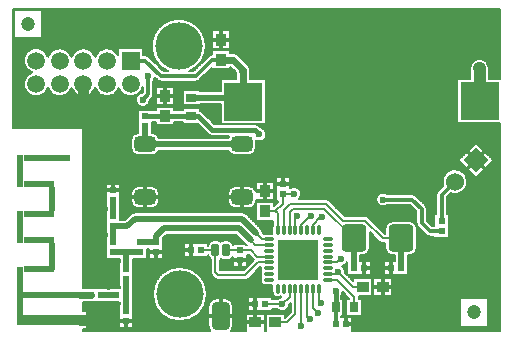
<source format=gtl>
G04 Layer_Physical_Order=1*
G04 Layer_Color=255*
%FSLAX24Y24*%
%MOIN*%
G70*
G01*
G75*
%ADD10C,0.0079*%
%ADD11R,0.0354X0.0394*%
%ADD12R,0.0394X0.0354*%
%ADD13R,0.0236X0.0217*%
%ADD14R,0.0217X0.0236*%
%ADD15R,0.0197X0.0197*%
%ADD16R,0.0197X0.0354*%
%ADD17C,0.0472*%
G04:AMPARAMS|DCode=18|XSize=70.9mil|YSize=51.2mil|CornerRadius=12.8mil|HoleSize=0mil|Usage=FLASHONLY|Rotation=0.000|XOffset=0mil|YOffset=0mil|HoleType=Round|Shape=RoundedRectangle|*
%AMROUNDEDRECTD18*
21,1,0.0709,0.0256,0,0,0.0*
21,1,0.0453,0.0512,0,0,0.0*
1,1,0.0256,0.0226,-0.0128*
1,1,0.0256,-0.0226,-0.0128*
1,1,0.0256,-0.0226,0.0128*
1,1,0.0256,0.0226,0.0128*
%
%ADD18ROUNDEDRECTD18*%
%ADD19R,0.1358X0.1358*%
%ADD20O,0.0335X0.0110*%
%ADD21O,0.0110X0.0335*%
G04:AMPARAMS|DCode=22|XSize=94.5mil|YSize=59.1mil|CornerRadius=14.8mil|HoleSize=0mil|Usage=FLASHONLY|Rotation=270.000|XOffset=0mil|YOffset=0mil|HoleType=Round|Shape=RoundedRectangle|*
%AMROUNDEDRECTD22*
21,1,0.0945,0.0295,0,0,270.0*
21,1,0.0650,0.0591,0,0,270.0*
1,1,0.0295,-0.0148,-0.0325*
1,1,0.0295,-0.0148,0.0325*
1,1,0.0295,0.0148,0.0325*
1,1,0.0295,0.0148,-0.0325*
%
%ADD22ROUNDEDRECTD22*%
G04:AMPARAMS|DCode=23|XSize=43.3mil|YSize=23.6mil|CornerRadius=5.9mil|HoleSize=0mil|Usage=FLASHONLY|Rotation=270.000|XOffset=0mil|YOffset=0mil|HoleType=Round|Shape=RoundedRectangle|*
%AMROUNDEDRECTD23*
21,1,0.0433,0.0118,0,0,270.0*
21,1,0.0315,0.0236,0,0,270.0*
1,1,0.0118,-0.0059,-0.0157*
1,1,0.0118,-0.0059,0.0157*
1,1,0.0118,0.0059,0.0157*
1,1,0.0118,0.0059,-0.0157*
%
%ADD23ROUNDEDRECTD23*%
%ADD24R,0.0276X0.0354*%
G04:AMPARAMS|DCode=25|XSize=90.6mil|YSize=82.7mil|CornerRadius=12.4mil|HoleSize=0mil|Usage=FLASHONLY|Rotation=270.000|XOffset=0mil|YOffset=0mil|HoleType=Round|Shape=RoundedRectangle|*
%AMROUNDEDRECTD25*
21,1,0.0906,0.0579,0,0,270.0*
21,1,0.0657,0.0827,0,0,270.0*
1,1,0.0248,-0.0289,-0.0329*
1,1,0.0248,-0.0289,0.0329*
1,1,0.0248,0.0289,0.0329*
1,1,0.0248,0.0289,-0.0329*
%
%ADD25ROUNDEDRECTD25*%
%ADD26R,0.0354X0.0276*%
%ADD27C,0.3937*%
%ADD28R,0.1260X0.1260*%
%ADD29C,0.0354*%
%ADD30C,0.0236*%
%ADD31C,0.0197*%
%ADD32C,0.0118*%
%ADD33C,0.0394*%
%ADD34C,0.0217*%
%ADD35C,0.0157*%
%ADD36C,0.0138*%
%ADD37R,0.1929X0.0354*%
%ADD38R,0.0197X0.1969*%
%ADD39R,0.1929X0.0197*%
%ADD40R,0.1043X0.0197*%
%ADD41R,0.0197X0.0787*%
%ADD42R,0.0197X0.1063*%
%ADD43R,0.1575X0.0197*%
%ADD44R,0.0197X0.0226*%
%ADD45R,0.0591X0.0591*%
%ADD46C,0.0591*%
%ADD47P,0.0849X4X270.0*%
%ADD48C,0.0600*%
%ADD49C,0.1575*%
%ADD50C,0.0236*%
%ADD51C,0.0394*%
D10*
X53819Y25364D02*
G03*
X53666Y25301I0J-217D01*
G01*
X53819Y25364D02*
G03*
X53665Y25300I0J-217D01*
G01*
X53681Y25738D02*
G03*
X53927Y25492I246J0D01*
G01*
Y26240D02*
G03*
X53681Y25994I0J-246D01*
G01*
Y27510D02*
G03*
X53927Y27264I246J0D01*
G01*
X53917Y28012D02*
G03*
X53681Y27766I10J-246D01*
G01*
X56220Y22638D02*
G03*
X56220Y22638I-906J0D01*
G01*
X56260Y21585D02*
G03*
X56319Y21417I266J0D01*
G01*
X56526Y22500D02*
G03*
X56260Y22234I0J-266D01*
G01*
X56339Y23366D02*
G03*
X56385Y23255I157J0D01*
G01*
X56339Y23366D02*
G03*
X56385Y23255I157J0D01*
G01*
X56260Y23937D02*
G03*
X56339Y23790I177J0D01*
G01*
X56483Y23156D02*
G03*
X56594Y23110I111J111D01*
G01*
X56483Y23157D02*
G03*
X56594Y23110I112J111D01*
G01*
X54380Y25492D02*
G03*
X54626Y25738I0J246D01*
G01*
Y25994D02*
G03*
X54380Y26240I-246J0D01*
G01*
Y27264D02*
G03*
X54609Y27421I0J246D01*
G01*
X56673Y24384D02*
G03*
X56555Y24429I-118J-132D01*
G01*
X56437D02*
G03*
X56260Y24252I0J-177D01*
G01*
X56284Y27421D02*
G03*
X56472Y27421I94J217D01*
G01*
X50396Y30030D02*
G03*
X50915Y29510I126J-394D01*
G01*
D02*
G03*
X51703Y29510I394J126D01*
G01*
D02*
G03*
X52490Y29510I394J126D01*
G01*
D02*
G03*
X53278Y29510I394J126D01*
G01*
D02*
G03*
X54075Y29546I394J126D01*
G01*
X54377Y29166D02*
G03*
X54429Y29291I-125J125D01*
G01*
X54060Y29350D02*
G03*
X54311Y29099I15J-236D01*
G01*
X54377Y29166D02*
G03*
X54429Y29291I-125J125D01*
G01*
Y29745D02*
G03*
X54483Y29853I-177J156D01*
G01*
X50915Y30549D02*
G03*
X50396Y30030I-394J-126D01*
G01*
X51703Y30549D02*
G03*
X50915Y30549I-394J-126D01*
G01*
X52490D02*
G03*
X51703Y30549I-394J-126D01*
G01*
X53258Y30599D02*
G03*
X52490Y30549I-374J-176D01*
G01*
X54289Y30549D02*
G03*
X54163Y30600I-125J-125D01*
G01*
X54289Y30549D02*
G03*
X54163Y30600I-125J-125D01*
G01*
X54609Y27854D02*
G03*
X54390Y28012I-230J-89D01*
G01*
X56472Y27854D02*
G03*
X56284Y27854I-94J-217D01*
G01*
X56258Y27961D02*
G03*
X56398Y27904I139J139D01*
G01*
X56258Y27961D02*
G03*
X56398Y27904I139J139D01*
G01*
X56064Y28712D02*
G03*
X55994Y28757I-139J-139D01*
G01*
X56064Y28712D02*
G03*
X55994Y28757I-139J-139D01*
G01*
X54570Y29766D02*
G03*
X54695Y29715I125J125D01*
G01*
X54570Y29766D02*
G03*
X54695Y29715I125J125D01*
G01*
X55837D02*
G03*
X55962Y29766I0J177D01*
G01*
X55837Y29715D02*
G03*
X55962Y29766I0J177D01*
G01*
X56181Y30906D02*
G03*
X54929Y30069I-906J0D01*
G01*
X55622D02*
G03*
X56181Y30906I-346J837D01*
G01*
X56378Y30629D02*
G03*
X56272Y30578I20J-176D01*
G01*
X56378Y30629D02*
G03*
X56272Y30578I20J-176D01*
G01*
X57027Y21417D02*
G03*
X57087Y21585I-206J167D01*
G01*
Y22234D02*
G03*
X56821Y22500I-266J0D01*
G01*
X58554Y22146D02*
G03*
X58967Y22303I176J157D01*
G01*
X58400Y22703D02*
G03*
X58671Y22560I173J0D01*
G01*
X58714Y22539D02*
G03*
X58554Y22461I17J-236D01*
G01*
X58671Y22560D02*
G03*
X58714Y22539I98J143D01*
G01*
X60699Y22606D02*
G03*
X60736Y22703I-197J130D01*
G01*
X57500Y23110D02*
G03*
X57611Y23156I0J157D01*
G01*
X57500Y23110D02*
G03*
X57612Y23157I0J157D01*
G01*
X56673Y23805D02*
G03*
X56791Y23760I118J132D01*
G01*
Y24429D02*
G03*
X56673Y24384I0J-177D01*
G01*
X56909Y23760D02*
G03*
X57077Y23879I0J177D01*
G01*
Y24310D02*
G03*
X56909Y24429I-167J-58D01*
G01*
X57087Y24252D02*
G03*
X57077Y24310I-177J0D01*
G01*
X57524Y24276D02*
G03*
X57549Y24254I153J153D01*
G01*
X58033Y23199D02*
G03*
X58175Y22927I143J-98D01*
G01*
X58033Y23396D02*
G03*
X58033Y23199I143J-98D01*
G01*
X58007Y23533D02*
G03*
X58033Y23396I169J-39D01*
G01*
X58071Y24691D02*
G03*
X58007Y24838I-216J-6D01*
G01*
X58175Y24652D02*
G03*
X58120Y24642I0J-173D01*
G01*
X60817Y23370D02*
G03*
X60711Y23567I-236J0D01*
G01*
Y23567D02*
G03*
X60886Y23705I-42J232D01*
G01*
X58415Y24948D02*
G03*
X58400Y24876I157J-72D01*
G01*
X62156Y24169D02*
G03*
X62398Y23927I242J0D01*
G01*
X61402D02*
G03*
X61644Y24169I0J242D01*
G01*
X62976Y23927D02*
G03*
X63218Y24169I0J242D01*
G01*
X61961Y24387D02*
G03*
X62073Y24341I111J111D01*
G01*
X61961Y24387D02*
G03*
X62073Y24341I112J111D01*
G01*
X62398Y25069D02*
G03*
X62156Y24827I0J-242D01*
G01*
X63218D02*
G03*
X62976Y25069I-242J0D01*
G01*
X63199Y25000D02*
G03*
X63251Y24875I177J0D01*
G01*
X63199Y25000D02*
G03*
X63251Y24875I177J0D01*
G01*
X63516Y24609D02*
G03*
X63642Y24557I125J125D01*
G01*
X63516Y24609D02*
G03*
X63642Y24557I125J125D01*
G01*
X57545Y25301D02*
G03*
X57392Y25364I-153J-153D01*
G01*
X57545Y25300D02*
G03*
X57392Y25364I-153J-153D01*
G01*
X56909Y25738D02*
G03*
X57156Y25492I246J0D01*
G01*
X57608D02*
G03*
X57844Y25669I0J246D01*
G01*
X57156Y26240D02*
G03*
X56909Y25994I0J-246D01*
G01*
X56926Y27421D02*
G03*
X57156Y27264I230J89D01*
G01*
X57844Y25669D02*
G03*
X57854Y25719I-236J69D01*
G01*
X57844Y26063D02*
G03*
X57608Y26240I-236J-69D01*
G01*
Y27264D02*
G03*
X57854Y27510I0J246D01*
G01*
X61594Y25200D02*
G03*
X61482Y25246I-111J-111D01*
G01*
X61594Y25200D02*
G03*
X61482Y25246I-112J-111D01*
G01*
X62243Y25965D02*
G03*
X62243Y25610I-156J-177D01*
G01*
X59280Y25797D02*
G03*
X59360Y25974I-156J177D01*
G01*
X60305Y25751D02*
G03*
X60193Y25797I-111J-111D01*
G01*
X60305Y25751D02*
G03*
X60193Y25797I-112J-111D01*
G01*
X59360Y25974D02*
G03*
X58976Y26159I-236J0D01*
G01*
X56952Y27904D02*
G03*
X56926Y27854I204J-138D01*
G01*
X57854Y27753D02*
G03*
X58199Y27963I108J210D01*
G01*
X57964Y28240D02*
G03*
X57825Y28297I-139J-139D01*
G01*
X57964Y28240D02*
G03*
X57825Y28297I-139J-139D01*
G01*
X58199Y27963D02*
G03*
X58009Y28194I-236J0D01*
G01*
X57171Y30034D02*
G03*
X57185Y30004I221J84D01*
G01*
X57254Y30620D02*
G03*
X57087Y30689I-167J-167D01*
G01*
X57254Y30620D02*
G03*
X57087Y30689I-167J-167D01*
G01*
X57657Y30118D02*
G03*
X57588Y30285I-236J0D01*
G01*
X57657Y30118D02*
G03*
X57588Y30285I-236J0D01*
G01*
X63553Y25472D02*
G03*
X63501Y25598I-177J0D01*
G01*
X63553Y25472D02*
G03*
X63501Y25598I-177J0D01*
G01*
X63186Y25913D02*
G03*
X63061Y25965I-125J-125D01*
G01*
X63186Y25913D02*
G03*
X63061Y25965I-125J-125D01*
G01*
X63910Y26070D02*
G03*
X63858Y25945I125J-125D01*
G01*
X63910Y26070D02*
G03*
X63858Y25945I125J-125D01*
G01*
X64184Y26685D02*
G03*
X64087Y26247I296J-296D01*
G01*
X64898Y26389D02*
G03*
X64184Y26685I-418J0D01*
G01*
X64337Y25996D02*
G03*
X64776Y26094I143J393D01*
G01*
D02*
G03*
X64898Y26389I-296J296D01*
G01*
X65519Y30389D02*
G03*
X64988Y30097I-223J-222D01*
G01*
X65518Y30390D02*
G03*
X64988Y30097I-223J-223D01*
G01*
X65618Y30159D02*
G03*
X65526Y30382I-315J0D01*
G01*
X65618Y30159D02*
G03*
X65525Y30383I-315J0D01*
G01*
X60581Y23370D02*
X61077Y22874D01*
X60575Y23376D02*
X60581Y23370D01*
X60236Y23100D02*
X60561D01*
X61112Y22549D01*
X57884Y23888D02*
X58287D01*
X57677Y24094D02*
X57884Y23888D01*
X57313Y24094D02*
X57677D01*
X56850D02*
X57313D01*
X57923Y23691D02*
X58287D01*
X57500Y23268D02*
X57923Y23691D01*
X56594Y23268D02*
X57500D01*
X56496Y23366D02*
X56594Y23268D01*
X56496Y23366D02*
Y24094D01*
X56024D02*
X56496D01*
X57825Y24281D02*
X58287D01*
X57677Y24429D02*
X57825Y24281D01*
X58061Y24478D02*
X58287D01*
X57854Y24685D02*
X58061Y24478D01*
X62073Y24498D02*
X62687D01*
X60744Y25089D02*
X61482D01*
X62073Y24498D01*
X58967Y22539D02*
Y22815D01*
X58730Y22303D02*
X58967Y22539D01*
X58159Y22303D02*
X58730D01*
X59163Y21969D02*
Y22815D01*
X58888Y21693D02*
X59163Y21969D01*
X58494Y21693D02*
X58888D01*
X60128Y25482D02*
X61112Y24498D01*
X60193Y25640D02*
X60744Y25089D01*
X58770Y24764D02*
Y25443D01*
X58967Y25640D01*
X60193D01*
X58967Y24764D02*
Y25364D01*
X59085Y25482D01*
X60128D01*
X59360Y24764D02*
Y24951D01*
X59637Y25228D01*
X59688D01*
X59163Y24764D02*
Y25177D01*
X59213Y25226D01*
X58740Y25974D02*
X59124D01*
X58573Y24764D02*
Y25325D01*
X59754Y24764D02*
Y24951D01*
X60000Y25197D01*
X60059D01*
X60236Y23297D02*
X60492D01*
X60571Y23376D01*
X60575D01*
X60236Y23691D02*
X60561D01*
X60669Y23799D01*
X61077Y22874D02*
X61407D01*
X58140Y25404D02*
X58494D01*
X58573Y25325D01*
X58740Y25650D02*
Y25974D01*
X58494Y25404D02*
X58740Y25650D01*
X61112Y22195D02*
Y22549D01*
X59951Y22421D02*
Y22815D01*
Y22421D02*
X60020Y22352D01*
X59754Y22165D02*
Y22815D01*
Y22165D02*
X59921Y21998D01*
X59557Y21890D02*
Y22815D01*
Y21890D02*
X59646Y21801D01*
X59360Y21585D02*
Y22815D01*
X59350Y21575D02*
X59360Y21585D01*
X52067Y21417D02*
Y21476D01*
X52205D01*
X52067Y22067D02*
X52146D01*
X52067Y21476D02*
X52146D01*
X52087Y21417D02*
Y21476D01*
X52146Y21417D02*
Y21476D01*
X52067Y22067D02*
X52146D01*
X52205Y21417D02*
Y21476D01*
X52146Y22067D02*
X52205D01*
X52205D02*
Y22362D01*
X52205Y21476D02*
Y22067D01*
X52067D02*
Y22372D01*
X52146Y22067D02*
Y22362D01*
X52087Y22067D02*
Y22372D01*
X52441Y21417D02*
Y22362D01*
X52500Y21417D02*
Y22362D01*
X52264Y21417D02*
Y22362D01*
X52382Y21417D02*
Y22362D01*
X52323Y21417D02*
Y22362D01*
X52205Y21909D02*
X53287D01*
X52205Y21850D02*
X53287D01*
X52205Y22028D02*
X53287D01*
X52205Y21968D02*
X53287D01*
X52205Y21614D02*
X53287D01*
X52205Y21555D02*
X53287D01*
X52205Y21791D02*
X53287D01*
X52205Y21673D02*
X53287D01*
X52205Y21732D02*
X53287D01*
X52559Y21417D02*
Y22362D01*
X52067Y22087D02*
X53287D01*
X52067Y22264D02*
X53287D01*
X52067Y22146D02*
X53287D01*
X52067Y22205D02*
X53287D01*
X52795Y21417D02*
Y22362D01*
X52854Y21417D02*
Y22362D01*
X52618Y21417D02*
Y22362D01*
X52736Y21417D02*
Y22362D01*
X52677Y21417D02*
Y22362D01*
X52116D02*
X52451D01*
X52569D01*
X52067Y22825D02*
X52116D01*
X52067Y22372D02*
X52116D01*
X52451Y22362D02*
X52569D01*
X52904D01*
X52451Y22835D02*
X52569D01*
X52904D01*
X52451D02*
X52569D01*
X52067Y23917D02*
X52854D01*
X52067Y23858D02*
X52854D01*
X52067Y24094D02*
X52854D01*
X52067Y23976D02*
X52854D01*
X52067Y24035D02*
X52854D01*
X52116Y22835D02*
X52451D01*
X52854Y23799D02*
Y24134D01*
X52067Y24213D02*
X52854D01*
X52067Y24153D02*
X52854D01*
Y24134D02*
Y24252D01*
X52067Y22854D02*
X53307D01*
X52067Y22323D02*
X53307D01*
X52067Y23031D02*
X53287D01*
X52067Y22913D02*
X53287D01*
X52067Y22972D02*
X53287D01*
X52904Y22382D02*
X52963D01*
X52067Y23091D02*
X53287D01*
X52067Y23268D02*
X53287D01*
X52067Y23150D02*
X53287D01*
X52067Y23209D02*
X53287D01*
X52067Y23386D02*
X53287D01*
X52067Y23327D02*
X53287D01*
X52067Y23563D02*
X53287D01*
X52067Y23445D02*
X53287D01*
X52067Y23504D02*
X53287D01*
X52067Y23681D02*
X53287D01*
X52067Y23622D02*
X53287D01*
X52854Y23799D02*
X53307D01*
X52067Y23740D02*
X53307D01*
X52067Y23799D02*
X53307D01*
X53327Y21417D02*
Y21516D01*
X53386Y21417D02*
Y21516D01*
X53287D02*
Y21850D01*
X53445Y21417D02*
Y21516D01*
X53504Y21417D02*
Y21516D01*
X53622Y21417D02*
Y21516D01*
X53563Y21417D02*
Y21516D01*
X53090Y21417D02*
Y22362D01*
X53149Y21417D02*
Y22362D01*
X52913Y21417D02*
Y22382D01*
X53031Y21417D02*
Y22362D01*
X52972Y21417D02*
Y22362D01*
X53209Y21417D02*
Y22362D01*
X53268Y21417D02*
Y22362D01*
X53287Y21969D02*
Y22303D01*
Y21850D02*
Y21969D01*
Y21850D02*
Y21969D01*
X53681Y21417D02*
Y21516D01*
X53740Y21417D02*
Y21516D01*
X53287D02*
X53760D01*
Y21850D01*
X53799Y21417D02*
Y23799D01*
X53760Y21969D02*
Y22303D01*
Y21850D02*
Y21969D01*
Y21850D02*
Y21969D01*
X54035Y21417D02*
Y23799D01*
X54094Y21417D02*
Y23799D01*
X53858Y21417D02*
Y23799D01*
X53976Y21417D02*
Y23799D01*
X53917Y21417D02*
Y23799D01*
X54331Y21417D02*
Y23799D01*
X54390Y21417D02*
Y23799D01*
X54153Y21417D02*
Y23799D01*
X54212Y21417D02*
Y23799D01*
X54272Y21417D02*
Y24144D01*
X52904Y22382D02*
X52963D01*
Y22362D02*
X53297D01*
X52904Y22815D02*
X52963D01*
Y22835D02*
X53297D01*
X53307Y22303D02*
Y22362D01*
X53740Y22835D02*
Y22904D01*
X53287Y23238D02*
Y23356D01*
X53307Y22835D02*
Y22904D01*
X53287D02*
Y23238D01*
X52913Y22815D02*
Y23799D01*
X52972Y22835D02*
Y23799D01*
X53031Y22835D02*
Y23799D01*
X53149Y22835D02*
Y23799D01*
X53090Y22835D02*
Y23799D01*
X53209Y22835D02*
Y23799D01*
X53268Y22835D02*
Y23799D01*
X53287Y23238D02*
Y23356D01*
Y23691D01*
X53307D02*
Y23799D01*
X53740Y22303D02*
Y22362D01*
X53750Y22559D02*
X54413D01*
X53750Y22618D02*
X54410D01*
X53750Y22677D02*
X54410D01*
X53750Y22736D02*
X54415D01*
X53750Y22362D02*
Y22835D01*
X53760Y22904D02*
Y23238D01*
Y23356D02*
Y23691D01*
Y23238D02*
Y23356D01*
Y23238D02*
Y23356D01*
X53740Y23691D02*
Y23809D01*
X53750Y23799D02*
X54222D01*
Y23976D02*
X54282D01*
X54222Y23858D02*
X54282D01*
X54222Y23917D02*
X54282D01*
X54222Y23799D02*
Y24134D01*
X54282Y23799D02*
Y24134D01*
X54222Y24144D02*
X54282D01*
X54222Y24035D02*
X54282D01*
X54222Y24094D02*
X54282D01*
X52067Y22825D02*
Y28159D01*
X52087Y22825D02*
Y29223D01*
X52067Y24331D02*
X52854D01*
X52067Y24272D02*
X52854D01*
X52146Y22835D02*
Y29225D01*
X52795Y22835D02*
Y29232D01*
X52854Y22835D02*
Y29223D01*
X52854Y24134D02*
Y24252D01*
Y24587D01*
X52382Y22835D02*
Y29337D01*
X52441Y22835D02*
Y29407D01*
X52205Y22835D02*
Y29237D01*
X52264Y22835D02*
Y29258D01*
X52323Y22835D02*
Y29290D01*
X52677Y22835D02*
Y29278D01*
X52736Y22835D02*
Y29250D01*
X52500Y22835D02*
Y29483D01*
X52618Y22835D02*
Y29319D01*
X52559Y22835D02*
Y29380D01*
X52067Y24449D02*
X52854D01*
X52067Y24390D02*
X52854D01*
X52067Y24567D02*
X52854D01*
X52067Y24508D02*
X52854D01*
X52067Y24626D02*
X52874D01*
Y24587D02*
Y24665D01*
X52067Y24803D02*
X52854D01*
X52067Y24685D02*
X52854D01*
X52067Y24744D02*
X52854D01*
X52067Y24921D02*
X52854D01*
X52067Y24862D02*
X52854D01*
X52067Y25098D02*
X52854D01*
X52067Y24980D02*
X52854D01*
X52067Y25039D02*
X52854D01*
Y25000D02*
Y25118D01*
Y24665D02*
Y25000D01*
X52067Y25157D02*
X52854D01*
Y25000D02*
Y25118D01*
Y25453D01*
X52067Y25630D02*
X52854D01*
X52067Y25571D02*
X52854D01*
X52067Y25748D02*
X52854D01*
X52067Y25689D02*
X52854D01*
X52067Y25276D02*
X52854D01*
X52067Y25216D02*
X52854D01*
X52067Y25453D02*
X52854D01*
X52067Y25335D02*
X52854D01*
X52067Y25394D02*
X52854D01*
X52067Y25866D02*
X52854D01*
X52067Y25807D02*
X52854D01*
X52067Y26220D02*
X52854D01*
X52067Y25925D02*
X52854D01*
X52067Y25984D02*
X52854D01*
Y25866D02*
Y25984D01*
Y25531D02*
Y25866D01*
X52067Y26043D02*
X52854D01*
Y25866D02*
Y25984D01*
Y26319D01*
X52067Y26102D02*
X52854D01*
X52067Y25512D02*
X52874D01*
X52067Y26161D02*
X52854D01*
X52067Y26279D02*
X52854D01*
X52067Y27402D02*
X53706D01*
X52874Y25453D02*
Y25531D01*
X52854Y26319D02*
X53327D01*
X52067Y27283D02*
X53831D01*
X52067Y27342D02*
X53747D01*
X52067Y27520D02*
X53681D01*
X52067Y27461D02*
X53686D01*
X52067Y27697D02*
X53681D01*
X52067Y27579D02*
X53681D01*
X52067Y27638D02*
X53681D01*
X52972Y26319D02*
Y29232D01*
X53031Y26319D02*
Y29250D01*
X52913Y26319D02*
Y29223D01*
X52067Y27756D02*
X53681D01*
X52067Y27815D02*
X53686D01*
X53327Y25216D02*
X53582D01*
X53327Y25276D02*
X53641D01*
X53307Y25453D02*
Y25531D01*
X53327Y25453D02*
Y25531D01*
X53327Y25108D02*
X53473D01*
X53665Y25300D01*
X53327Y25118D02*
Y25453D01*
Y25157D02*
X53522D01*
X53327Y25335D02*
X53710D01*
X53386Y25108D02*
Y29337D01*
X53445Y25108D02*
Y29290D01*
X53327Y25531D02*
Y25866D01*
Y25630D02*
X53706D01*
X53327Y25689D02*
X53686D01*
X53504Y25139D02*
Y29258D01*
X53563Y25198D02*
Y29237D01*
X53622Y25257D02*
Y29225D01*
X53681Y25738D02*
Y25994D01*
X53681Y25315D02*
Y29223D01*
X53976Y25364D02*
Y25492D01*
X53927D02*
X54380D01*
X54272Y25364D02*
Y25492D01*
X54331Y25364D02*
Y25492D01*
X54035Y25364D02*
Y25492D01*
X54153Y25364D02*
Y25492D01*
X54094Y25364D02*
Y25492D01*
X53740Y25349D02*
Y25578D01*
X53799Y25363D02*
Y25528D01*
X53327Y25571D02*
X53747D01*
X53307Y25512D02*
X53831D01*
X53858Y25364D02*
Y25502D01*
X53917Y25364D02*
Y25492D01*
X54212Y25364D02*
Y25492D01*
X54390Y25364D02*
Y25492D01*
X53327Y25866D02*
Y25984D01*
Y25866D02*
Y25984D01*
Y26043D02*
X53686D01*
X53327Y26102D02*
X53706D01*
X53327Y25807D02*
X53681D01*
X53327Y25748D02*
X53681D01*
X53327Y25984D02*
X53681D01*
X53327Y25866D02*
X53681D01*
X53327Y25925D02*
X53681D01*
X53090Y26319D02*
Y29278D01*
X53149Y26319D02*
Y29319D01*
X53209Y26319D02*
Y29380D01*
X53327Y25984D02*
Y26319D01*
X53740Y26154D02*
Y27350D01*
X53268Y26319D02*
Y29482D01*
X53681Y27510D02*
Y27766D01*
X53327Y26319D02*
Y29407D01*
X53327Y26161D02*
X53747D01*
X53327Y26220D02*
X53831D01*
X53927Y26240D02*
X54380D01*
X54035D02*
Y27264D01*
X53976Y26240D02*
Y27264D01*
X54331Y26240D02*
Y27264D01*
X54094Y26240D02*
Y27264D01*
X53799Y26204D02*
Y27300D01*
X53858Y26230D02*
Y27274D01*
X53917Y26240D02*
Y27264D01*
X54272Y26240D02*
Y27264D01*
X54390Y26240D02*
Y27264D01*
X54153Y26240D02*
Y27264D01*
X53927D02*
X54380D01*
X54212Y26240D02*
Y27264D01*
X54803Y21417D02*
Y21891D01*
X53760Y21791D02*
X54993D01*
X53760Y21909D02*
X54777D01*
X53760Y21850D02*
X54868D01*
X55039Y21417D02*
Y21775D01*
X55098Y21417D02*
Y21759D01*
X54862Y21417D02*
Y21854D01*
X54980Y21417D02*
Y21796D01*
X54921Y21417D02*
Y21822D01*
X54449Y21417D02*
Y22374D01*
X53760Y21968D02*
X54705D01*
X53760Y22146D02*
X54555D01*
X53760Y22028D02*
X54646D01*
X53760Y22087D02*
X54597D01*
X54685Y21417D02*
Y21987D01*
X54744Y21417D02*
Y21935D01*
X54508Y21417D02*
Y22227D01*
X54626Y21417D02*
Y22050D01*
X54567Y21417D02*
Y22128D01*
X52067Y21437D02*
X56305D01*
X52067Y21417D02*
X56319D01*
X53760Y21555D02*
X56261D01*
X52205Y21496D02*
X56275D01*
X55275Y21417D02*
Y21733D01*
X55335Y21417D02*
Y21732D01*
X53760Y21732D02*
X56260D01*
X53760Y21614D02*
X56260D01*
X53760Y21673D02*
X56260D01*
X55394Y21417D02*
Y21736D01*
X55453Y21417D02*
Y21743D01*
X55157Y21417D02*
Y21746D01*
X55216Y21417D02*
Y21738D01*
X55512Y21417D02*
Y21754D01*
X55571Y21417D02*
Y21769D01*
X55630Y21417D02*
Y21789D01*
X55637Y21791D02*
X56260D01*
X55689Y21417D02*
Y21813D01*
X53750Y22382D02*
X54446D01*
X53740Y22323D02*
X54466D01*
X53750Y22441D02*
X54431D01*
X53740Y22854D02*
X54436D01*
X53760Y22264D02*
X54490D01*
X53760Y22205D02*
X54520D01*
X53750Y22500D02*
X54420D01*
X53750Y22795D02*
X54423D01*
X53760Y22913D02*
X54452D01*
X53760Y22972D02*
X54474D01*
X53760Y23031D02*
X54499D01*
X53760Y23091D02*
X54531D01*
X53760Y23150D02*
X54568D01*
X53760Y23209D02*
X54612D01*
X54449Y22902D02*
Y23799D01*
X54508Y23048D02*
Y23799D01*
X54567Y23148D02*
Y23799D01*
X53760Y23268D02*
X54664D01*
X54626Y23225D02*
Y23799D01*
X53760Y23327D02*
X54727D01*
X53760Y23445D02*
X54904D01*
X53760Y23504D02*
X55051D01*
X53740Y23740D02*
X56339D01*
X53740Y23799D02*
X56326D01*
X53760Y23386D02*
X54805D01*
X55579Y23504D02*
X56339D01*
X53760Y23681D02*
X56339D01*
X53760Y23563D02*
X56339D01*
X53760Y23622D02*
X56339D01*
X54685Y23288D02*
Y23799D01*
X54744Y23341D02*
Y23799D01*
X54282D02*
X54754D01*
Y23858D02*
X56278D01*
X54754Y23917D02*
X55463D01*
X55630Y23487D02*
Y23858D01*
X55689Y23463D02*
Y23858D01*
X55512Y23522D02*
Y23858D01*
X55463D02*
X55797D01*
X55571Y23506D02*
Y23858D01*
X55748Y21417D02*
Y21843D01*
X55807Y21417D02*
Y21878D01*
X55853Y21909D02*
X56260D01*
X55762Y21850D02*
X56260D01*
X55866Y21417D02*
Y21919D01*
X55925Y21417D02*
Y21969D01*
X55984Y21417D02*
Y22028D01*
X55925Y21968D02*
X56260D01*
X55984Y22028D02*
X56260D01*
X56043Y21417D02*
Y22100D01*
X56102Y21417D02*
Y22190D01*
X56110Y22205D02*
X56260D01*
X56033Y22087D02*
X56260D01*
X56075Y22146D02*
X56260D01*
X56161Y21417D02*
Y22316D01*
X56220Y21417D02*
Y22624D01*
Y22652D02*
Y23858D01*
X56260Y21585D02*
Y22234D01*
X56140Y22264D02*
X56261D01*
X56164Y22323D02*
X56275D01*
X56184Y22382D02*
X56305D01*
X56199Y22441D02*
X56358D01*
X56210Y22500D02*
X56521D01*
X56279Y21417D02*
Y21485D01*
X56526Y22500D02*
X56821D01*
X56279Y22334D02*
Y23856D01*
X56338Y22423D02*
Y23790D01*
X56220Y22677D02*
X58402D01*
X56217Y22559D02*
X58476D01*
X56220Y22618D02*
X58422D01*
X56398Y22467D02*
Y23242D01*
X56457Y22491D02*
Y23183D01*
X56516Y22500D02*
Y23131D01*
X56634Y22500D02*
Y23110D01*
X56575Y22500D02*
Y23111D01*
X55726Y23445D02*
X56339D01*
X55825Y23386D02*
X56339D01*
X55797Y23858D02*
X55915D01*
X55797D02*
X55915D01*
X56339Y23366D02*
Y23790D01*
X55966Y23268D02*
X56373D01*
X55903Y23327D02*
X56344D01*
X55866Y23356D02*
Y23858D01*
X55925Y23307D02*
Y23858D01*
X55748Y23433D02*
Y23858D01*
X55915D02*
X56250D01*
X55807Y23398D02*
Y23858D01*
X56102Y23085D02*
Y23858D01*
X56161Y22960D02*
Y23858D01*
X55984Y23248D02*
Y23858D01*
X56043Y23176D02*
Y23858D01*
X56156Y22972D02*
X58058D01*
X56178Y22913D02*
X58400D01*
X56062Y23150D02*
X56490D01*
X56130Y23031D02*
X58016D01*
X56099Y23091D02*
X58002D01*
X56207Y22795D02*
X58400D01*
X56215Y22736D02*
X58400D01*
X56194Y22854D02*
X58400D01*
X56594Y23110D02*
X57500D01*
X56385Y23255D02*
X56483Y23157D01*
X56018Y23209D02*
X56431D01*
X56654Y23445D02*
X57454D01*
X56654Y23504D02*
X57513D01*
X56654Y23431D02*
Y23790D01*
Y23563D02*
X57077D01*
X56654Y23740D02*
X57077D01*
X56654Y23622D02*
X57077D01*
X56654Y23681D02*
X57077D01*
X54754Y23799D02*
Y24134D01*
X54803Y23385D02*
Y24556D01*
X54862Y23422D02*
Y24615D01*
X54754Y24252D02*
Y24507D01*
Y24134D02*
Y24252D01*
Y24134D02*
Y24252D01*
X54567Y25364D02*
Y25578D01*
X54626Y25364D02*
Y25731D01*
X54449Y25364D02*
Y25502D01*
X54508Y25364D02*
Y25528D01*
X54744Y25364D02*
Y27421D01*
X54754Y24507D02*
X54863Y24616D01*
X54685Y25364D02*
Y27421D01*
X54862Y25364D02*
Y27421D01*
X54803Y25364D02*
Y27421D01*
X54754Y24331D02*
X55463D01*
X54754Y24272D02*
X55463D01*
X54754Y24390D02*
X56326D01*
X54754Y24449D02*
X57351D01*
X54754Y24035D02*
X55463D01*
X54754Y23976D02*
X55463D01*
X54754Y24213D02*
X55463D01*
X54754Y24094D02*
X55463D01*
X54754Y24153D02*
X55463D01*
X53819Y25364D02*
X57392D01*
X53327Y25394D02*
X57844D01*
X54560Y25571D02*
X56975D01*
X53327Y25453D02*
X57844D01*
X54476Y25512D02*
X57059D01*
X54814Y24567D02*
X57233D01*
X54755Y24508D02*
X57292D01*
X54921Y25364D02*
Y27421D01*
X54863Y24616D02*
X57184D01*
X54601Y25630D02*
X56935D01*
X54626Y25807D02*
X56909D01*
X54621Y25689D02*
X56914D01*
X54621Y26043D02*
X56914D01*
X54626Y25738D02*
Y25994D01*
Y25748D02*
X56909D01*
X54626Y25984D02*
X56909D01*
X54626Y25866D02*
X56909D01*
X54626Y25925D02*
X56909D01*
X54560Y26161D02*
X56975D01*
X54449Y26230D02*
Y27274D01*
X54508Y26204D02*
Y27300D01*
X54626Y26001D02*
Y27421D01*
X54601Y26102D02*
X56935D01*
X54567Y26154D02*
Y27350D01*
X54601Y27402D02*
X56935D01*
X54609Y27421D02*
X56284D01*
X52067Y26516D02*
X58504D01*
X52067Y26575D02*
X64105D01*
X52067Y26634D02*
X64141D01*
X52067Y26693D02*
X64192D01*
X52067Y26752D02*
X64272D01*
X54476Y26220D02*
X57059D01*
X53327Y26279D02*
X57844D01*
X52067Y26339D02*
X57844D01*
X52067Y26398D02*
X58504D01*
X52067Y26457D02*
X58504D01*
X52067Y26870D02*
X64822D01*
X52067Y26811D02*
X64881D01*
X52067Y27047D02*
X64645D01*
X52067Y26929D02*
X64763D01*
X52067Y26988D02*
X64704D01*
X52067Y27106D02*
X64605D01*
X52067Y27165D02*
X64665D01*
X54560Y27342D02*
X56975D01*
X52067Y27224D02*
X64724D01*
X54476Y27283D02*
X57059D01*
X54921Y23453D02*
Y24616D01*
X54980Y23479D02*
Y24616D01*
X55157Y23529D02*
Y24616D01*
X55216Y23538D02*
Y24616D01*
X55275Y23542D02*
Y24616D01*
X55463Y23858D02*
Y24331D01*
X55039Y23500D02*
Y24616D01*
X55098Y23517D02*
Y24616D01*
X55335Y23543D02*
Y24616D01*
X55453Y23533D02*
Y24616D01*
X55394Y23540D02*
Y24616D01*
X55689Y24331D02*
Y24616D01*
X55748Y24331D02*
Y24616D01*
X55512Y24331D02*
Y24616D01*
X55630Y24331D02*
Y24616D01*
X55571Y24331D02*
Y24616D01*
X55925Y24331D02*
Y24616D01*
X55915Y24331D02*
X56250D01*
X55463D02*
X55797D01*
X55915D01*
X55797D02*
X55915D01*
X56250Y24252D02*
Y24331D01*
Y23858D02*
Y23937D01*
X55984Y24331D02*
Y24616D01*
X56102Y24331D02*
Y24616D01*
X56161Y24331D02*
Y24616D01*
X55807Y24331D02*
Y24616D01*
X56043Y24331D02*
Y24616D01*
X55866Y24331D02*
Y24616D01*
X56220Y24331D02*
Y24616D01*
X56279Y24333D02*
Y24616D01*
X56338Y24399D02*
Y24616D01*
X56634Y24411D02*
Y24616D01*
X56398Y24425D02*
Y24616D01*
X55098Y25364D02*
Y27421D01*
X55157Y25364D02*
Y27421D01*
X54980Y25364D02*
Y27421D01*
X55039Y25364D02*
Y27421D01*
X55394Y25364D02*
Y27421D01*
X55453Y25364D02*
Y27421D01*
X55216Y25364D02*
Y27421D01*
X55335Y25364D02*
Y27421D01*
X55275Y25364D02*
Y27421D01*
X55512Y25364D02*
Y27421D01*
X55571Y25364D02*
Y27421D01*
X55275Y27854D02*
Y28376D01*
X55453Y27854D02*
Y28317D01*
X55335Y27854D02*
Y28376D01*
X55630Y25364D02*
Y27421D01*
X55689Y25364D02*
Y27421D01*
X55748Y25364D02*
Y27421D01*
X55807Y25364D02*
Y27421D01*
X55866Y27854D02*
Y28317D01*
X56338Y25364D02*
Y27405D01*
X56398Y25364D02*
Y27402D01*
X56043Y25364D02*
Y27421D01*
X56161Y25364D02*
Y27421D01*
X56102Y25364D02*
Y27421D01*
X56457Y24429D02*
Y24616D01*
X56575Y24428D02*
Y24616D01*
X56457Y25364D02*
Y27415D01*
X56437Y24429D02*
X56555D01*
X56516D02*
Y24616D01*
X56220Y25364D02*
Y27421D01*
X56279Y25364D02*
Y27421D01*
X55866Y25364D02*
Y27421D01*
X55984Y25364D02*
Y27421D01*
X55925Y25364D02*
Y27421D01*
X56516Y25364D02*
Y27421D01*
X56575Y25364D02*
Y27421D01*
X56472D02*
X56926D01*
X56634Y25364D02*
Y27421D01*
X50492Y28159D02*
Y29223D01*
X50551Y28159D02*
Y29223D01*
X50374Y28159D02*
Y29250D01*
X50433Y28159D02*
Y29232D01*
X51142Y28159D02*
Y29258D01*
X51201Y28159D02*
Y29237D01*
X50610Y28159D02*
Y29232D01*
X50669Y28159D02*
Y29250D01*
X50728Y28159D02*
Y29278D01*
X50315Y28159D02*
Y29278D01*
X50787Y28159D02*
Y29319D01*
X50138Y28159D02*
Y29483D01*
X50256Y28159D02*
Y29319D01*
X50197Y28159D02*
Y29380D01*
X51024Y28159D02*
Y29337D01*
X51083Y28159D02*
Y29290D01*
X50846Y28159D02*
Y29380D01*
X50964Y28159D02*
Y29407D01*
X50905Y28159D02*
Y29482D01*
X49764Y28465D02*
X53917D01*
X49764Y28405D02*
X53917D01*
X49764Y28583D02*
X53917D01*
X49764Y28524D02*
X53917D01*
X49764Y28159D02*
X52067D01*
X49764Y28169D02*
X53917D01*
X49764Y28346D02*
X53917D01*
X49764Y28228D02*
X53917D01*
X49764Y28287D02*
X53917D01*
X51437Y28159D02*
Y29243D01*
X51496Y28159D02*
Y29267D01*
X51260Y28159D02*
Y29225D01*
X51319Y28159D02*
Y29223D01*
X51378Y28159D02*
Y29228D01*
X51732Y28159D02*
Y29440D01*
X51791Y28159D02*
Y29357D01*
X51555Y28159D02*
Y29304D01*
X51614Y28159D02*
Y29357D01*
X51673Y28159D02*
Y29440D01*
X49764Y29291D02*
X50293D01*
X49764Y29232D02*
X50432D01*
X49764Y29409D02*
X50176D01*
X49764Y29350D02*
X50223D01*
X49764Y29468D02*
X50144D01*
X50868Y29409D02*
X50963D01*
X49764Y29587D02*
X50111D01*
X50900Y29468D02*
X50931D01*
X49764Y29527D02*
X50123D01*
X49764Y29646D02*
X50108D01*
X49764Y29705D02*
X50114D01*
X49764Y29764D02*
X50129D01*
X49764Y29823D02*
X50153D01*
X49764Y29882D02*
X50189D01*
X49764Y29941D02*
X50243D01*
X50315Y29994D02*
Y30065D01*
X49764Y30000D02*
X50326D01*
X49764Y30059D02*
X50326D01*
X49764Y28996D02*
X53870D01*
X49764Y28937D02*
X53919D01*
X49764Y29114D02*
X53839D01*
X49764Y29055D02*
X53846D01*
X49764Y29173D02*
X53846D01*
X49764Y28701D02*
X53917D01*
X49764Y28642D02*
X53917D01*
X49764Y28760D02*
X53917D01*
X49764Y28819D02*
X54528D01*
X49764Y28878D02*
X54528D01*
X50611Y29232D02*
X51220D01*
X50821Y29350D02*
X51010D01*
X51398Y29232D02*
X52007D01*
X50750Y29291D02*
X51081D01*
X51537D02*
X51868D01*
X51687Y29468D02*
X51718D01*
X51608Y29350D02*
X51797D01*
X51655Y29409D02*
X51751D01*
X52067Y27874D02*
X53706D01*
X52067Y27933D02*
X53747D01*
X52067Y27992D02*
X53831D01*
X52067Y28051D02*
X53917D01*
X52067Y28110D02*
X53917D01*
Y28012D02*
Y28337D01*
Y28455D02*
Y28789D01*
Y28337D02*
Y28455D01*
Y28337D02*
Y28455D01*
X52027Y28159D02*
Y29228D01*
X53740Y27926D02*
Y29228D01*
X51850Y28159D02*
Y29304D01*
X51968Y28159D02*
Y29243D01*
X51909Y28159D02*
Y29267D01*
X53799Y27976D02*
Y29243D01*
X53858Y28002D02*
Y29020D01*
X53917Y28012D02*
Y28938D01*
X54035Y28789D02*
Y28881D01*
X53976Y28789D02*
Y28899D01*
X54390Y28012D02*
Y28337D01*
Y28287D02*
X54528D01*
X54390Y28337D02*
Y28376D01*
Y28346D02*
X54528D01*
X54449Y28002D02*
Y28376D01*
X54508Y27976D02*
Y28376D01*
X54390Y28337D02*
Y28376D01*
X54528D01*
Y28258D02*
Y28376D01*
X54272Y28789D02*
Y28983D01*
X54331Y28789D02*
Y29119D01*
X54094Y28789D02*
Y28879D01*
X53917Y28789D02*
X54390D01*
X54153D02*
Y28891D01*
X54508Y28770D02*
Y29828D01*
X54528Y28770D02*
Y28888D01*
X54390Y28789D02*
Y29180D01*
X54390Y28770D02*
X54528D01*
X54449D02*
Y29771D01*
X52186Y29232D02*
X52794D01*
X52973D02*
X53582D01*
X52395Y29350D02*
X52585D01*
X52325Y29291D02*
X52655D01*
X53858Y29208D02*
Y29267D01*
X53761Y29232D02*
X53870D01*
X53183Y29350D02*
X53372D01*
X53112Y29291D02*
X53443D01*
X53970Y29350D02*
X54060D01*
X52474Y29468D02*
X52506D01*
X53230Y29409D02*
X53325D01*
X52442D02*
X52538D01*
X54035Y29347D02*
Y29440D01*
X53262Y29468D02*
X53293D01*
X54017Y29409D02*
X54075D01*
Y29365D02*
Y29546D01*
X54212Y28789D02*
Y28922D01*
X54231Y28937D02*
X54528D01*
X54311Y29099D02*
X54377Y29166D01*
X54279Y28996D02*
X54528D01*
X54304Y29055D02*
X54528D01*
X54325Y29114D02*
X54528D01*
X54429Y29291D02*
X54528D01*
X54384Y29173D02*
X54528D01*
X54419Y29232D02*
X54528D01*
X54429Y29468D02*
X54528D01*
X54429Y29350D02*
X54528D01*
X54429Y29409D02*
X54528D01*
X54429Y29291D02*
Y29745D01*
X54528Y28927D02*
Y29557D01*
X54429Y29527D02*
X54528D01*
X54475Y29823D02*
X54513D01*
X49764Y30236D02*
X50153D01*
X49764Y30177D02*
X50190D01*
X49764Y30354D02*
X50114D01*
X49764Y30295D02*
X50129D01*
X50138Y29789D02*
Y30270D01*
X50197Y29891D02*
Y30168D01*
X49764Y30413D02*
X50108D01*
X49764Y30472D02*
X50111D01*
X49764Y30531D02*
X50123D01*
X49783Y28159D02*
Y31171D01*
X49842Y28159D02*
Y31171D01*
X49764Y28159D02*
Y32126D01*
Y30590D02*
X50144D01*
X49764Y30650D02*
X50176D01*
X49901Y28159D02*
Y31171D01*
X49961Y28159D02*
Y31171D01*
X50020Y28159D02*
Y31171D01*
X50138Y30576D02*
Y31171D01*
X50079Y28159D02*
Y31171D01*
X49764Y30118D02*
X50243D01*
X50256Y29952D02*
Y30107D01*
X49764Y30709D02*
X50223D01*
X50821D02*
X51010D01*
X50900Y30590D02*
X50931D01*
X51687D02*
X51718D01*
X50868Y30650D02*
X50963D01*
X51655D02*
X51751D01*
X51608Y30709D02*
X51797D01*
X50197Y30679D02*
Y31171D01*
X50905Y30577D02*
Y32126D01*
X50846Y30679D02*
Y32126D01*
X51673Y30619D02*
Y32126D01*
X50964Y30652D02*
Y32126D01*
X51614Y30702D02*
Y32126D01*
X51024Y30722D02*
Y32126D01*
X50256Y30740D02*
Y31171D01*
X49764Y30768D02*
X50293D01*
X50315Y30781D02*
Y31171D01*
X49764Y30827D02*
X50432D01*
X50374Y30809D02*
Y31171D01*
X50750Y30768D02*
X51080D01*
X50433Y30827D02*
Y31171D01*
X50551Y30836D02*
Y31171D01*
X50492Y30836D02*
Y31171D01*
X50610Y30827D02*
Y31171D01*
X50669Y30809D02*
Y31171D01*
X49774D02*
Y32116D01*
Y31171D02*
X50718D01*
X49774Y32116D02*
X50718D01*
X50787Y30740D02*
Y32126D01*
X51083Y30769D02*
Y32126D01*
X50718Y31171D02*
Y32116D01*
X51142Y30801D02*
Y32126D01*
X50728Y30781D02*
Y32126D01*
X49764Y30886D02*
X54370D01*
X49764Y30945D02*
X54371D01*
X49764Y31004D02*
X54375D01*
X49764Y31063D02*
X54384D01*
X49764Y31122D02*
X54396D01*
X50612Y30827D02*
X51219D01*
X51538Y30768D02*
X51868D01*
X51399Y30827D02*
X52007D01*
X50718Y31181D02*
X54413D01*
X50718Y31240D02*
X54434D01*
X51201Y30822D02*
Y32126D01*
X51260Y30834D02*
Y32126D01*
X50718Y31299D02*
X54460D01*
X50718Y31358D02*
X54491D01*
X50718Y31417D02*
X54529D01*
X51496Y30792D02*
Y32126D01*
X51555Y30755D02*
Y32126D01*
X51319Y30837D02*
Y32126D01*
X51437Y30816D02*
Y32126D01*
X51378Y30831D02*
Y32126D01*
X52474Y30590D02*
X52506D01*
X52442Y30650D02*
X52538D01*
X52382Y30722D02*
Y32126D01*
X52396Y30709D02*
X52585D01*
X53258Y30599D02*
Y30837D01*
X53112Y30768D02*
X53258D01*
X53183Y30709D02*
X53258D01*
X54085Y30600D02*
Y30837D01*
X51732Y30619D02*
Y32126D01*
X52500Y30576D02*
Y32126D01*
X51791Y30702D02*
Y32126D01*
X52441Y30652D02*
Y32126D01*
X51850Y30755D02*
Y32126D01*
X52559Y30679D02*
Y32126D01*
X54094Y30600D02*
Y32126D01*
X52618Y30740D02*
Y32126D01*
X53209Y30679D02*
Y32126D01*
X53149Y30740D02*
Y32126D01*
X54306Y30531D02*
X54451D01*
X54365Y30472D02*
X54480D01*
X54222Y30590D02*
X54427D01*
X54508Y30329D02*
Y30426D01*
X54567Y30270D02*
Y30342D01*
X54449Y30388D02*
Y30536D01*
X54483Y30354D02*
X54557D01*
X54424Y30413D02*
X54516D01*
X54153Y30600D02*
Y32126D01*
X54085Y30600D02*
X54163D01*
X54085Y30768D02*
X54381D01*
X54085Y30650D02*
X54407D01*
X54085Y30709D02*
X54392D01*
X54331Y30507D02*
Y32126D01*
X54390Y30448D02*
Y30718D01*
X54212Y30593D02*
Y32126D01*
X54272Y30564D02*
Y32126D01*
X51909Y30792D02*
Y32126D01*
X51968Y30816D02*
Y32126D01*
X52027Y30831D02*
Y32126D01*
X52186Y30827D02*
X52794D01*
X52323Y30769D02*
Y32126D01*
X52325Y30768D02*
X52655D01*
X52205Y30822D02*
Y32126D01*
X52974Y30827D02*
X53258D01*
X52264Y30801D02*
Y32126D01*
X52677Y30781D02*
Y32126D01*
X52736Y30809D02*
Y32126D01*
X52087Y30836D02*
Y32126D01*
X52795Y30827D02*
Y32126D01*
X52146Y30834D02*
Y32126D01*
X53031Y30809D02*
Y32126D01*
X53090Y30781D02*
Y32126D01*
X52854Y30836D02*
Y32126D01*
X52972Y30827D02*
Y32126D01*
X52913Y30836D02*
Y32126D01*
X53445Y30837D02*
Y32126D01*
X53504Y30837D02*
Y32126D01*
X53268Y30837D02*
Y32126D01*
X53258Y30837D02*
X54085D01*
X53386D02*
Y32126D01*
X53740Y30837D02*
Y32126D01*
X54085Y30827D02*
X54374D01*
X53563Y30837D02*
Y32126D01*
X53681Y30837D02*
Y32126D01*
X53622Y30837D02*
Y32126D01*
X53917Y30837D02*
Y32126D01*
X53976Y30837D02*
Y32126D01*
X53327Y30837D02*
Y32126D01*
X53858Y30837D02*
Y32126D01*
X53799Y30837D02*
Y32126D01*
X54035Y30837D02*
Y32126D01*
X54390Y31093D02*
Y32126D01*
X54449Y31275D02*
Y32126D01*
X54567Y31469D02*
Y32126D01*
X54508Y31386D02*
Y32126D01*
X54626Y27854D02*
Y28258D01*
X54567Y27926D02*
Y28258D01*
X54685Y27854D02*
Y28258D01*
X54921Y27854D02*
Y28258D01*
X54980Y27854D02*
Y28258D01*
X54744Y27854D02*
Y28258D01*
X54862Y27854D02*
Y28258D01*
X54803Y27854D02*
Y28258D01*
X55039Y27854D02*
Y28258D01*
X55098Y27854D02*
Y28258D01*
X55118Y28770D02*
Y28888D01*
X54528Y28258D02*
X55118D01*
Y28376D01*
X55157Y27854D02*
Y28376D01*
X55216Y27854D02*
Y28376D01*
X55157Y28770D02*
Y29715D01*
X55118Y28770D02*
X55266D01*
X55216D02*
Y29715D01*
X54390Y28110D02*
X56109D01*
X54390Y28051D02*
X56169D01*
X54390Y28228D02*
X55991D01*
X54390Y28169D02*
X56050D01*
X54609Y27854D02*
X56284D01*
X54601Y27874D02*
X56373D01*
X55118Y28287D02*
X55932D01*
X54560Y27933D02*
X56294D01*
X54476Y27992D02*
X56228D01*
X55118Y28376D02*
X55266D01*
X55118Y28346D02*
X55404D01*
X55266Y28376D02*
X55404D01*
X55118Y28819D02*
X55404D01*
X55118Y28878D02*
X56673D01*
X55275Y28770D02*
Y29715D01*
X55394Y27854D02*
Y28376D01*
X55335Y28770D02*
Y29715D01*
X55266Y28770D02*
X55404D01*
X55394D02*
Y29715D01*
X54685Y28888D02*
Y28927D01*
X54744Y28888D02*
Y28927D01*
X54567Y28888D02*
Y28927D01*
X54626Y28888D02*
Y28927D01*
X55039Y28888D02*
Y28927D01*
X55098Y28888D02*
Y28927D01*
X54803Y28888D02*
Y28927D01*
X54921Y28888D02*
Y28927D01*
X54862Y28888D02*
Y28927D01*
X54744Y29557D02*
Y29715D01*
X54803Y29557D02*
Y29715D01*
X54980Y28888D02*
Y28927D01*
X54862Y29557D02*
Y29715D01*
X54980Y29557D02*
Y29715D01*
X54921Y29557D02*
Y29715D01*
X54528Y28927D02*
X55118D01*
X54528Y28888D02*
X55118D01*
Y29055D02*
X55404D01*
X55118Y28937D02*
X55404D01*
X55118Y28996D02*
X55404D01*
X55118Y29173D02*
X55404D01*
X55118Y29114D02*
X55404D01*
X55118Y29350D02*
X55404D01*
X55118Y29232D02*
X55404D01*
X55118Y29291D02*
X55404D01*
X54528Y29557D02*
X55118D01*
X54429Y29587D02*
X56673D01*
X54695Y29715D02*
X55837D01*
X54429Y29646D02*
X56673D01*
X54429Y29705D02*
X56673D01*
X55118Y28927D02*
Y29557D01*
X55404Y28927D02*
Y29439D01*
X55118Y29409D02*
X55404D01*
X55118Y29468D02*
X56673D01*
X55118Y29527D02*
X56673D01*
X55984Y27854D02*
Y28235D01*
X56043Y27854D02*
Y28176D01*
X55689Y27854D02*
Y28317D01*
X55925Y27854D02*
Y28295D01*
X56102Y27854D02*
Y28117D01*
X56161Y27854D02*
Y28058D01*
X56220Y27854D02*
Y27999D01*
X56338Y27871D02*
Y27913D01*
X56279Y27854D02*
Y27943D01*
X55571Y27854D02*
Y28317D01*
X55630Y27854D02*
Y28317D01*
X55404D02*
Y28376D01*
Y28317D02*
X55902D01*
X55512Y27854D02*
Y28317D01*
X55748Y27854D02*
Y28317D01*
X55807Y27854D02*
Y28317D01*
X55902D02*
X56258Y27961D01*
X56398Y28379D02*
Y28967D01*
X56338Y28438D02*
Y28967D01*
X56398Y27873D02*
Y27904D01*
X56383Y27874D02*
X56935D01*
X56398Y27904D02*
X56952D01*
X56575Y27854D02*
Y27904D01*
X56634Y27854D02*
Y27904D01*
X56457Y27861D02*
Y27904D01*
X56472Y27854D02*
X56926D01*
X56516D02*
Y27904D01*
X56064Y28712D02*
X56479Y28297D01*
X56430Y28346D02*
X56673D01*
X56371Y28405D02*
X56673D01*
X56575Y28297D02*
Y28967D01*
X56634Y28297D02*
Y28967D01*
X56457Y28320D02*
Y28967D01*
X56479Y28297D02*
X57825D01*
X56516D02*
Y28967D01*
X55404Y28770D02*
Y28829D01*
X55994D01*
X55453D02*
Y28927D01*
X55512Y28829D02*
Y28927D01*
X55748Y28829D02*
Y28927D01*
X55994Y28757D02*
Y28829D01*
X55571D02*
Y28927D01*
X55689Y28829D02*
Y28927D01*
X55630Y28829D02*
Y28927D01*
X55748Y29439D02*
Y29715D01*
X55807Y28829D02*
Y28927D01*
X55630Y29439D02*
Y29715D01*
X55404Y29439D02*
X55994D01*
X55689D02*
Y29715D01*
X55866Y28829D02*
Y28927D01*
X55925Y28829D02*
Y28927D01*
X55807Y29439D02*
Y29715D01*
X55984Y28829D02*
Y28927D01*
X55994Y29400D02*
Y29439D01*
X55404Y28927D02*
X55994D01*
Y28760D02*
X56673D01*
X55994Y28819D02*
X56673D01*
X56253Y28524D02*
X56673D01*
X56312Y28465D02*
X56673D01*
X56076Y28701D02*
X56673D01*
X56194Y28583D02*
X56673D01*
X56135Y28642D02*
X56673D01*
X55994Y28927D02*
Y28967D01*
Y28937D02*
X56673D01*
X55994Y29409D02*
X56673D01*
X55994Y28967D02*
X56673D01*
X55994Y29400D02*
X56673D01*
X56220Y28556D02*
Y28967D01*
X56279Y28497D02*
Y28967D01*
X56043Y28730D02*
Y28967D01*
X56161Y28615D02*
Y28967D01*
X56102Y28674D02*
Y28967D01*
X54567Y29557D02*
Y29769D01*
X54483Y29853D02*
X54570Y29766D01*
X54444Y29764D02*
X54572D01*
X54626Y29557D02*
Y29729D01*
X54685Y29557D02*
Y29715D01*
X54768Y30069D02*
X54929D01*
X54862D02*
Y30100D01*
X54626Y30211D02*
Y30275D01*
X54289Y30549D02*
X54768Y30069D01*
X50718Y31476D02*
X54573D01*
X54601Y30236D02*
X54666D01*
X54542Y30295D02*
X54607D01*
X54744Y30093D02*
Y30172D01*
X54803Y30069D02*
Y30133D01*
X54685Y30152D02*
Y30219D01*
X54719Y30118D02*
X54829D01*
X54660Y30177D02*
X54738D01*
X55453Y29439D02*
Y29715D01*
X55512Y29439D02*
Y29715D01*
X55039Y29557D02*
Y29715D01*
X55098Y29557D02*
Y29715D01*
X55571Y29439D02*
Y29715D01*
X55866Y29439D02*
Y29717D01*
X55622Y30069D02*
X55763D01*
X55689D02*
Y30100D01*
X55723Y30118D02*
X55812D01*
X55748Y30069D02*
Y30133D01*
X55807Y30113D02*
Y30172D01*
X55763Y30069D02*
X56272Y30578D01*
X55866Y30172D02*
Y30219D01*
X55814Y30177D02*
X55871D01*
X55885Y30236D02*
X55930D01*
X50718Y31535D02*
X54625D01*
X50718Y31594D02*
X54688D01*
X50718Y31653D02*
X54765D01*
X50718Y31713D02*
X54865D01*
X54626Y31536D02*
Y32126D01*
X54685Y31592D02*
Y32126D01*
X54803Y31678D02*
Y32126D01*
X50718Y31772D02*
X55011D01*
X54862Y31711D02*
Y32126D01*
X54744Y31639D02*
Y32126D01*
X54921Y31739D02*
Y32126D01*
X54980Y31761D02*
Y32126D01*
X55098Y31793D02*
Y32126D01*
X55039Y31780D02*
Y32126D01*
X55157Y31803D02*
Y32126D01*
X55394Y31803D02*
Y32126D01*
X55216Y31809D02*
Y32126D01*
X55335Y31809D02*
Y32126D01*
X55275Y31811D02*
Y32126D01*
X50718Y31949D02*
X65984D01*
X50718Y31890D02*
X65984D01*
X49764Y32126D02*
X65984D01*
X50718Y32008D02*
X65984D01*
X50718Y32067D02*
X65984D01*
X55786Y31653D02*
X65984D01*
X55863Y31594D02*
X65984D01*
X50718Y31831D02*
X65984D01*
X55686Y31713D02*
X65984D01*
X55540Y31772D02*
X65984D01*
X55571Y31762D02*
Y32126D01*
X55630Y31739D02*
Y32126D01*
X55453Y31794D02*
Y32126D01*
X49764D02*
X65984D01*
X55512Y31780D02*
Y32126D01*
X55866Y31592D02*
Y32126D01*
X55925Y31536D02*
Y32126D01*
X55689Y31711D02*
Y32126D01*
X55807Y31639D02*
Y32126D01*
X55748Y31678D02*
Y32126D01*
X55925Y29439D02*
Y29738D01*
X55984Y29439D02*
Y29789D01*
X55925Y30231D02*
Y30275D01*
X55945Y30295D02*
X55990D01*
X56220Y29400D02*
Y30025D01*
X56279Y29400D02*
Y30084D01*
X56043Y29400D02*
Y29848D01*
X56102Y29400D02*
Y29907D01*
X56161Y29400D02*
Y29966D01*
X55984Y30290D02*
Y30342D01*
X56043Y30349D02*
Y30425D01*
X55994Y30354D02*
X56049D01*
X56036Y30413D02*
X56108D01*
X56071Y30472D02*
X56167D01*
X56102Y30408D02*
Y30536D01*
X56161Y30467D02*
Y30717D01*
X56220Y30526D02*
Y32126D01*
X56100Y30531D02*
X56226D01*
X56279Y30585D02*
Y32126D01*
X55959Y29764D02*
X56673D01*
X56018Y29823D02*
X57185D01*
X56195Y30000D02*
X57185D01*
X56077Y29882D02*
X57185D01*
X56136Y29941D02*
X57185D01*
X56398Y29400D02*
Y30138D01*
X56457Y29400D02*
Y30138D01*
X56516Y29400D02*
Y30138D01*
X56254Y30059D02*
X57146D01*
X56313Y30118D02*
X57087D01*
X55962Y29766D02*
X56378Y30183D01*
X56125Y30590D02*
X56286D01*
X56338Y30620D02*
Y32126D01*
Y29400D02*
Y30143D01*
X56575Y29400D02*
Y30138D01*
X56378D02*
Y30183D01*
Y30138D02*
X56968D01*
X56634Y29400D02*
Y30138D01*
X56159Y30709D02*
X56378D01*
X56144Y30650D02*
X56378D01*
X56167Y31063D02*
X56378D01*
X56171Y30768D02*
X56378D01*
X56178Y30827D02*
X56378D01*
Y30629D02*
Y30768D01*
X56176Y31004D02*
X56378D01*
X56181Y30886D02*
X56378D01*
X56180Y30945D02*
X56378D01*
X56102Y31275D02*
Y32126D01*
X56091Y31299D02*
X56378D01*
X55984Y31469D02*
Y32126D01*
X56060Y31358D02*
X56378D01*
X56043Y31386D02*
Y32126D01*
X56161Y31094D02*
Y32126D01*
X56378Y30807D02*
Y31437D01*
X56117Y31240D02*
X56378D01*
X56155Y31122D02*
X56378D01*
X56138Y31181D02*
X56378D01*
X56398Y30768D02*
Y30807D01*
X56378Y30768D02*
X56968D01*
X56457D02*
Y30807D01*
X56378D02*
X56968D01*
X56516Y30768D02*
Y30807D01*
X56575Y30768D02*
Y30807D01*
X56634Y30768D02*
Y30807D01*
X56023Y31417D02*
X56378D01*
X56398Y31437D02*
Y32126D01*
X56378Y31437D02*
X56968D01*
X55979Y31476D02*
X65984D01*
X55926Y31535D02*
X65984D01*
X56634Y31437D02*
Y32126D01*
X56457Y31437D02*
Y32126D01*
X56575Y31437D02*
Y32126D01*
X56516Y31437D02*
Y32126D01*
X57027Y21417D02*
X57510D01*
X57071Y21496D02*
X57510D01*
X57042Y21437D02*
X57510D01*
X57087Y21614D02*
X57510D01*
X57085Y21555D02*
X57510D01*
X57087Y21791D02*
X57510D01*
X57087Y21673D02*
X57510D01*
X57087Y21732D02*
X57510D01*
X57087Y21585D02*
Y22234D01*
Y21909D02*
X57510D01*
X57087Y21968D02*
X57510D01*
Y21417D02*
Y21988D01*
X57087Y21850D02*
X57510D01*
X57756Y21988D02*
Y22067D01*
X57697Y21988D02*
Y22067D01*
X58140Y21496D02*
X58179D01*
X58140Y21437D02*
X58179D01*
X58140Y21555D02*
X58179D01*
X58140Y21417D02*
X58179D01*
X58140Y21732D02*
X58179D01*
X58140Y21614D02*
X58179D01*
X58140Y21673D02*
X58179D01*
X58140Y21417D02*
Y21988D01*
Y21791D02*
X58179D01*
X58140Y21968D02*
X58179D01*
X58140Y21850D02*
X58179D01*
X58140Y21909D02*
X58179D01*
X58169Y21417D02*
Y22067D01*
X58179Y21417D02*
Y21988D01*
X58228D02*
Y22067D01*
X58346Y21988D02*
Y22067D01*
X58287Y21988D02*
Y22067D01*
X57087Y22146D02*
X57598D01*
X57087Y22087D02*
X57598D01*
X57085Y22264D02*
X57598D01*
X57087Y22205D02*
X57598D01*
X57874Y21988D02*
Y22067D01*
X57933Y21988D02*
Y22067D01*
X57638Y21988D02*
Y22067D01*
X57598D02*
X57933D01*
X57815Y21988D02*
Y22067D01*
X57071Y22323D02*
X57598D01*
X56826Y22500D02*
X57598D01*
X57042Y22382D02*
X57598D01*
X56988Y22441D02*
X57598D01*
Y22067D02*
Y22539D01*
X57933D01*
X57992Y21988D02*
Y22067D01*
X57510Y21988D02*
X58140D01*
X57933Y22067D02*
X58051D01*
X57087Y22028D02*
X59000D01*
X57933Y22067D02*
X58051D01*
X58051Y21988D02*
Y22067D01*
X58110Y21988D02*
Y22067D01*
X58051D02*
X58386D01*
X58179Y21988D02*
X58809D01*
X58386Y22087D02*
X58636D01*
X58228Y22539D02*
Y22927D01*
X58287Y22539D02*
Y22927D01*
X57933Y22539D02*
X58051D01*
X58386D01*
X57933D02*
X58051D01*
X58386Y22067D02*
Y22146D01*
Y22146D02*
X58554D01*
X58346Y22539D02*
Y22927D01*
X58386Y22461D02*
X58554D01*
X58386Y22500D02*
X58600D01*
X58809Y21909D02*
X58882D01*
X58809Y21968D02*
X58941D01*
X58701Y21988D02*
Y22069D01*
X58760Y21988D02*
Y22069D01*
X58809Y21850D02*
Y21988D01*
X58819Y21850D02*
Y22084D01*
X58823Y21850D02*
X59006Y22034D01*
X60689Y21870D02*
X60728D01*
X60689D02*
X60728D01*
X58583Y21988D02*
Y22119D01*
X58642Y21988D02*
Y22084D01*
X58405Y21988D02*
Y22146D01*
X58524Y21988D02*
Y22146D01*
X58464Y21988D02*
Y22146D01*
X58878Y21906D02*
Y22119D01*
X60758Y21900D02*
Y22490D01*
X58937Y21965D02*
Y22189D01*
X58996Y22024D02*
Y22346D01*
X59006Y22034D02*
Y22356D01*
X60689Y21900D02*
X60758D01*
X60728Y21870D02*
X61063D01*
X61299Y21417D02*
Y21900D01*
X61358Y21417D02*
Y21900D01*
X61063Y21417D02*
Y21870D01*
X60856Y21900D02*
X61368D01*
X61122Y21417D02*
Y21900D01*
X60768Y21870D02*
Y22671D01*
X60827Y21870D02*
Y22612D01*
X60758Y22028D02*
X60856D01*
X60758Y21909D02*
X60856D01*
X60758Y21968D02*
X60856D01*
X61181Y21417D02*
Y21900D01*
X61240Y21417D02*
Y21900D01*
X60856D02*
Y22490D01*
X61368Y21900D02*
Y22490D01*
X61417Y21417D02*
Y22579D01*
X58825Y22087D02*
X59006D01*
X58386Y22146D02*
X58554D01*
X58583Y22487D02*
Y22530D01*
X58945Y22205D02*
X59006D01*
X58906Y22146D02*
X59006D01*
X58973Y22323D02*
X59006D01*
X58963Y22264D02*
X59006D01*
X58966Y22316D02*
X59006Y22356D01*
X58386Y22461D02*
Y22539D01*
X58405Y22461D02*
Y22658D01*
X58400Y22703D02*
Y22927D01*
X58464Y22461D02*
Y22568D01*
X58524Y22461D02*
Y22537D01*
X60699Y22490D02*
Y22606D01*
X60709Y22490D02*
Y22622D01*
X60758Y22146D02*
X60856D01*
X60758Y22087D02*
X60856D01*
X60699Y22490D02*
X60758D01*
Y22205D02*
X60856D01*
X60758Y22264D02*
X60856D01*
X60758Y22382D02*
X60856D01*
X60758Y22323D02*
X60856D01*
X60758Y22441D02*
X60856D01*
X61270Y22490D02*
X61368D01*
X60856D02*
X60949D01*
X60699Y22559D02*
X60880D01*
X60699Y22500D02*
X60939D01*
X60707Y22618D02*
X60821D01*
X60731Y22677D02*
X60762D01*
X61299Y22490D02*
Y22579D01*
X61358Y22490D02*
Y22579D01*
X60886Y22490D02*
Y22553D01*
X61270Y22490D02*
Y22549D01*
X60736Y22703D02*
X60949Y22490D01*
X56811Y22500D02*
Y23110D01*
X56870Y22495D02*
Y23110D01*
X56693Y22500D02*
Y23110D01*
X56752Y22500D02*
Y23110D01*
X57106Y21417D02*
Y23110D01*
X57165Y21417D02*
Y23110D01*
X56929Y22477D02*
Y23110D01*
X57047Y22374D02*
Y23110D01*
X56988Y22441D02*
Y23110D01*
X56870Y23425D02*
Y23760D01*
X56929Y23425D02*
Y23761D01*
X56693Y23425D02*
Y23790D01*
X56811Y23425D02*
Y23760D01*
X56752Y23425D02*
Y23764D01*
X56988Y23425D02*
Y23778D01*
X57047Y23425D02*
Y23826D01*
X57077Y23533D02*
Y23868D01*
X57165Y23425D02*
Y23533D01*
X57106Y23425D02*
Y23533D01*
X57342Y21417D02*
Y23110D01*
X57401Y21417D02*
Y23110D01*
X57224Y21417D02*
Y23110D01*
X57283Y21417D02*
Y23110D01*
X57461Y21417D02*
Y23110D01*
X57520Y21988D02*
Y23111D01*
X57579Y21988D02*
Y23131D01*
X57224Y23425D02*
Y23533D01*
X56660Y23425D02*
X57435D01*
X57283D02*
Y23533D01*
X57077D02*
X57543D01*
X57342Y23425D02*
Y23533D01*
X57401Y23425D02*
Y23533D01*
X57435Y23425D02*
X57543Y23533D01*
X57461Y23451D02*
Y23533D01*
X57549Y23540D02*
X57779Y23770D01*
X57549Y23540D02*
Y23868D01*
X56791Y23760D02*
X56909D01*
X56791Y24429D02*
X56909D01*
X57021Y23799D02*
X57077D01*
X57283Y24321D02*
Y24517D01*
X56693Y24399D02*
Y24616D01*
X56752Y24425D02*
Y24616D01*
X56811Y24429D02*
Y24616D01*
X56929Y24428D02*
Y24616D01*
X56870Y24429D02*
Y24616D01*
X57165Y24321D02*
Y24616D01*
X57224Y24321D02*
Y24576D01*
X56988Y24411D02*
Y24616D01*
X57106Y24321D02*
Y24616D01*
X57047Y24363D02*
Y24616D01*
X57549Y23681D02*
X57691D01*
X57549Y23740D02*
X57750D01*
X57549Y23622D02*
X57632D01*
X57549Y23799D02*
X57750D01*
X57549Y23868D02*
Y23937D01*
Y23858D02*
X57691D01*
X57549Y23917D02*
X57632D01*
X57342Y24321D02*
Y24458D01*
X57184Y24616D02*
X57479Y24321D01*
X57021Y24390D02*
X57410D01*
X57077Y24321D02*
X57479D01*
X57068Y24331D02*
X57469D01*
X57549Y23868D02*
Y23937D01*
X57612D01*
X57401Y24321D02*
Y24399D01*
X57545Y25300D02*
X58007Y24838D01*
X57638Y22539D02*
Y23183D01*
X57697Y22539D02*
Y23242D01*
X57604Y23150D02*
X58009D01*
X57664Y23209D02*
X58026D01*
X58051Y22539D02*
Y22980D01*
X58110Y22539D02*
Y22940D01*
X58169Y22539D02*
Y22927D01*
X58175Y22927D02*
X58400D01*
X57756Y22539D02*
Y23301D01*
X57815Y22539D02*
Y23360D01*
X57612Y23157D02*
X57988Y23533D01*
X57723Y23268D02*
X58005D01*
X57782Y23327D02*
X58004D01*
X57874Y22539D02*
Y23419D01*
X57933Y22539D02*
Y23478D01*
X57992Y22539D02*
Y23533D01*
X60827Y23347D02*
Y23623D01*
X61063Y23111D02*
Y23258D01*
X60916D02*
X61093Y23081D01*
X61004Y23170D02*
Y23258D01*
X61024Y23150D02*
X61093D01*
Y23081D02*
Y23169D01*
X61122D02*
Y23258D01*
X61181Y23169D02*
Y23258D01*
X61358Y23169D02*
Y23258D01*
X61220D02*
X61339D01*
X60817Y23357D02*
X60886Y23288D01*
X60916Y23258D01*
X60886Y23288D02*
Y23705D01*
X60847Y23327D02*
X60886D01*
Y23288D02*
Y23705D01*
X61299Y23169D02*
Y23258D01*
X61417Y23169D02*
Y23258D01*
X60916D02*
X61220D01*
X61339D01*
X61240Y23169D02*
Y23258D01*
X57579Y23569D02*
Y23937D01*
X57638Y23628D02*
Y23911D01*
X57697Y23687D02*
Y23852D01*
X57612Y23937D02*
X57772Y23777D01*
X57841Y23386D02*
X58026D01*
X57756Y23746D02*
Y23793D01*
X57900Y23445D02*
X58009D01*
X57959Y23504D02*
X58002D01*
X58110Y24652D02*
Y25089D01*
X58071Y24691D02*
X58120Y24642D01*
X57992Y24854D02*
Y25089D01*
X58051Y24776D02*
Y25089D01*
X58169Y24651D02*
Y25089D01*
X58228Y24652D02*
Y25089D01*
X58346Y24652D02*
Y25089D01*
X58287Y24652D02*
Y25089D01*
X60775Y23504D02*
X60886D01*
X60768Y23515D02*
Y23584D01*
X60717Y23563D02*
X60886D01*
X60805Y23445D02*
X60886D01*
X60816Y23386D02*
X60886D01*
X60825Y23622D02*
X60886D01*
X61358Y23730D02*
Y23927D01*
X58077Y24685D02*
X58400D01*
X58175Y24652D02*
X58400D01*
X57983Y24862D02*
X58400D01*
X58063Y24744D02*
X58400D01*
X58036Y24803D02*
X58400D01*
X61329Y23730D02*
Y23927D01*
X61417Y23730D02*
Y23928D01*
X58400Y24652D02*
Y24876D01*
X61329Y23927D02*
X61402D01*
X61476Y21417D02*
Y22579D01*
X61063Y21614D02*
X64656D01*
X61267Y22579D02*
X61722D01*
X61063Y21673D02*
X64656D01*
X61712Y21417D02*
Y22579D01*
X61772Y21417D02*
Y22579D01*
X61535Y21417D02*
Y22579D01*
X61653Y21417D02*
Y22579D01*
X61594Y21417D02*
Y22579D01*
X61831Y21417D02*
Y22579D01*
X61890Y21417D02*
Y22579D01*
X61722D02*
Y23169D01*
X61762Y22579D02*
X62392D01*
X61762D02*
Y23169D01*
X62126Y21417D02*
Y22579D01*
X62185Y21417D02*
Y22579D01*
X61949Y21417D02*
Y22579D01*
X62067Y21417D02*
Y22579D01*
X62008Y21417D02*
Y22579D01*
X61063Y21437D02*
X65984D01*
X61063Y21417D02*
X65984D01*
X61063Y21555D02*
X65984D01*
X61063Y21496D02*
X65984D01*
X61063Y21791D02*
X64656D01*
X61063Y21732D02*
X64656D01*
X61368Y21968D02*
X64656D01*
X61063Y21850D02*
X64656D01*
X61368Y21909D02*
X64656D01*
X61368Y22382D02*
X64656D01*
X61368Y22323D02*
X64656D01*
X61368Y22441D02*
X64656D01*
X61270Y22500D02*
X64656D01*
X61269Y22559D02*
X65984D01*
X61368Y22087D02*
X64656D01*
X61368Y22028D02*
X64656D01*
X61368Y22264D02*
X64656D01*
X61368Y22146D02*
X64656D01*
X61368Y22205D02*
X64656D01*
X61722Y23031D02*
X61762D01*
X61722Y22972D02*
X61762D01*
X61722Y23150D02*
X61762D01*
X61722Y23091D02*
X61762D01*
X61722Y22736D02*
X61762D01*
X61722Y22677D02*
X61762D01*
X61722Y22913D02*
X61762D01*
X61722Y22795D02*
X61762D01*
X61722Y22854D02*
X61762D01*
X61339Y23258D02*
X61673D01*
X61093Y23169D02*
X61722D01*
X61339Y23730D02*
X61673D01*
X61476Y23169D02*
Y23258D01*
X61535Y23169D02*
Y23258D01*
X61594Y23169D02*
Y23258D01*
X61653Y23169D02*
Y23258D01*
X61673D02*
Y23730D01*
X61722Y22618D02*
X61762D01*
X61673Y23268D02*
X62126D01*
X61762Y23169D02*
X62392D01*
X60965Y23209D02*
X65984D01*
X62126Y23258D02*
X62461D01*
X62185Y23169D02*
Y23258D01*
X61673Y23386D02*
X62126D01*
X61673Y23327D02*
X62126D01*
X61673Y23563D02*
X62126D01*
X61673Y23445D02*
X62126D01*
X61673Y23504D02*
X62126D01*
Y23258D02*
Y23730D01*
X61673Y23622D02*
X62126D01*
X61673Y23681D02*
X62126D01*
Y23730D02*
X62461D01*
X62303Y21417D02*
Y22579D01*
X62362Y21417D02*
Y22579D01*
X64656Y21555D02*
Y22500D01*
X64665Y21417D02*
Y21555D01*
X64901Y21417D02*
Y21555D01*
X64960Y21417D02*
Y21555D01*
X64724Y21417D02*
Y21555D01*
X64842Y21417D02*
Y21555D01*
X64783Y21417D02*
Y21555D01*
X62539Y21417D02*
Y23258D01*
X62598Y21417D02*
Y23258D01*
X62244Y21417D02*
Y22579D01*
X62480Y21417D02*
Y23258D01*
X62421Y21417D02*
Y23258D01*
X62835Y21417D02*
Y23258D01*
X62894Y21417D02*
Y23258D01*
X62657Y21417D02*
Y23258D01*
X62775Y21417D02*
Y23258D01*
X62716Y21417D02*
Y23258D01*
X65138Y21417D02*
Y21555D01*
X65197Y21417D02*
Y21555D01*
X65020Y21417D02*
Y21555D01*
X65079Y21417D02*
Y21555D01*
X65433Y21417D02*
Y21555D01*
X65492Y21417D02*
Y21555D01*
X65256Y21417D02*
Y21555D01*
X65374Y21417D02*
Y21555D01*
X65315Y21417D02*
Y21555D01*
X65551Y21417D02*
Y21555D01*
X64656D02*
X65600D01*
Y21732D02*
X65984D01*
X65600Y21614D02*
X65984D01*
X65600Y21673D02*
X65984D01*
X65600Y21555D02*
Y22500D01*
Y21791D02*
X65984D01*
X65600Y21968D02*
X65984D01*
X65600Y21850D02*
X65984D01*
X65600Y21909D02*
X65984D01*
X62392Y22677D02*
X65984D01*
X62392Y22618D02*
X65984D01*
X62392Y22795D02*
X65984D01*
X62392Y22736D02*
X65984D01*
X65600Y22087D02*
X65984D01*
X65600Y22028D02*
X65984D01*
X64656Y22500D02*
X65600D01*
Y22382D02*
X65984D01*
X65600Y22441D02*
X65984D01*
X62244Y23169D02*
Y23258D01*
X62303Y23169D02*
Y23258D01*
X62362Y23169D02*
Y23258D01*
X62392Y22579D02*
Y23169D01*
X62461Y23258D02*
X62579D01*
X62461D02*
X62579D01*
X62913D01*
Y23730D01*
X62392Y22913D02*
X65984D01*
X62392Y22854D02*
X65984D01*
X62392Y23091D02*
X65984D01*
X62392Y22972D02*
X65984D01*
X62392Y23031D02*
X65984D01*
X65600Y22205D02*
X65984D01*
X65600Y22146D02*
X65984D01*
X65600Y22500D02*
X65984D01*
X65600Y22264D02*
X65984D01*
X65600Y22323D02*
X65984D01*
X62913Y23268D02*
X65984D01*
X62392Y23150D02*
X65984D01*
X62904Y23740D02*
X65984D01*
X62913Y23327D02*
X65984D01*
X62913Y23386D02*
X65984D01*
X62913Y23504D02*
X65984D01*
X62913Y23445D02*
X65984D01*
X62913Y23681D02*
X65984D01*
X62913Y23563D02*
X65984D01*
X62913Y23622D02*
X65984D01*
X61476Y23730D02*
Y23939D01*
X61535Y23730D02*
Y23967D01*
X61594Y23730D02*
Y24023D01*
X61548Y23976D02*
X62251D01*
X62303Y23730D02*
Y23946D01*
X62362Y23730D02*
Y23930D01*
X62185Y23730D02*
Y24054D01*
X62244Y23730D02*
Y23982D01*
X61772Y23169D02*
Y24577D01*
X61831Y23169D02*
Y24517D01*
X61712Y23169D02*
Y24636D01*
X61653Y23730D02*
Y24695D01*
X62067Y23169D02*
Y24341D01*
X62126Y23169D02*
Y24341D01*
X61890Y23169D02*
Y24458D01*
X62008Y23169D02*
Y24355D01*
X61949Y23169D02*
Y24399D01*
X61329Y23799D02*
X62470D01*
X61329Y23740D02*
X62470D01*
X61329Y23917D02*
X62470D01*
X61329Y23858D02*
X62470D01*
X62421Y23730D02*
Y23927D01*
X62904Y23730D02*
Y23927D01*
Y23917D02*
X65984D01*
X62904Y23799D02*
X65984D01*
X62904Y23858D02*
X65984D01*
X62470Y23730D02*
Y23927D01*
X62953Y21417D02*
Y23927D01*
X62398D02*
X62470D01*
X62904D02*
X62976D01*
X63012Y21417D02*
Y23930D01*
X63071Y21417D02*
Y23946D01*
X63130Y21417D02*
Y23982D01*
X63123Y23976D02*
X65984D01*
X63189Y21417D02*
Y24053D01*
X61644Y24272D02*
X62156D01*
X61644Y24213D02*
X62156D01*
X61644Y24567D02*
X61781D01*
X61644Y24390D02*
X61958D01*
X62156Y24169D02*
Y24341D01*
X61644Y24508D02*
X61840D01*
X61644Y24449D02*
X61899D01*
X61644Y24169D02*
Y24704D01*
X61961Y24387D01*
X61644Y24626D02*
X61722D01*
X61594Y25200D02*
X62138Y24656D01*
X61890Y24904D02*
Y25657D01*
X62067Y24727D02*
Y25552D01*
X62126Y24668D02*
Y25554D01*
X61949Y24845D02*
Y25596D01*
X61990Y24803D02*
X62156D01*
X62008Y24786D02*
Y25565D01*
X61632Y24094D02*
X62167D01*
X61603Y24035D02*
X62196D01*
X62073Y24341D02*
X62156D01*
X61643Y24153D02*
X62156D01*
X61644Y24331D02*
X62156D01*
X63207Y24094D02*
X65984D01*
X63178Y24035D02*
X65984D01*
X63218Y24508D02*
X65984D01*
X63218Y24153D02*
X65984D01*
X63218Y24390D02*
X65984D01*
X62108Y24685D02*
X62156D01*
Y24656D02*
Y24827D01*
X62049Y24744D02*
X62156D01*
X61931Y24862D02*
X62158D01*
X63218Y24567D02*
X63584D01*
X63216Y24862D02*
X63263D01*
X63898Y21417D02*
Y24508D01*
X63957Y21417D02*
Y24508D01*
X63720Y21417D02*
Y24557D01*
X63838Y21417D02*
Y24508D01*
X64193Y21417D02*
Y24508D01*
X64252Y21417D02*
Y24508D01*
X64016Y21417D02*
Y24508D01*
X64134Y21417D02*
Y24508D01*
X64075Y21417D02*
Y24508D01*
X63425Y21417D02*
Y24700D01*
X63484Y21417D02*
Y24641D01*
X63248Y21417D02*
Y24878D01*
X63366Y21417D02*
Y24759D01*
X63307Y21417D02*
Y24818D01*
X63779Y21417D02*
Y24557D01*
X64311Y21417D02*
Y25970D01*
X63543Y21417D02*
Y24587D01*
X63661Y21417D02*
Y24557D01*
X63602Y21417D02*
Y24562D01*
X64547Y21417D02*
Y25977D01*
X64606Y21417D02*
Y25991D01*
X64370Y21417D02*
Y25986D01*
X64488Y21417D02*
Y25971D01*
X64429Y21417D02*
Y25974D01*
X65374Y22500D02*
Y26692D01*
X65433Y22500D02*
Y26751D01*
X64901Y22500D02*
Y26791D01*
X65315Y22500D02*
Y26633D01*
X64960Y22500D02*
Y26732D01*
X65669Y21417D02*
Y26987D01*
X65728Y21417D02*
Y27046D01*
X65492Y22500D02*
Y26810D01*
X65551Y22500D02*
Y26869D01*
X65610Y21417D02*
Y26928D01*
X65964Y21417D02*
Y28327D01*
X65984Y21417D02*
Y28327D01*
X65787Y21417D02*
Y28327D01*
X65905Y21417D02*
Y28327D01*
X65846Y21417D02*
Y28327D01*
X63218Y24685D02*
X63440D01*
X63218Y24626D02*
X63499D01*
X63218Y24803D02*
X63322D01*
X63218Y24744D02*
X63381D01*
X63799Y24508D02*
Y24557D01*
Y24508D02*
X64272D01*
X63642Y24557D02*
X63799D01*
X63218Y24169D02*
Y24827D01*
X63251Y24875D02*
X63516Y24609D01*
X63553Y25073D02*
X63715Y24911D01*
X63799D01*
X63720D02*
Y32126D01*
X64272Y24843D02*
Y24961D01*
Y24508D02*
Y24843D01*
X63779Y24911D02*
Y32126D01*
X63799Y24911D02*
Y24961D01*
Y24911D02*
Y24961D01*
X63218Y24272D02*
X65984D01*
X63218Y24213D02*
X65984D01*
X64272Y24567D02*
X65984D01*
X63218Y24331D02*
X65984D01*
X63218Y24449D02*
X65984D01*
X64272Y24685D02*
X65984D01*
X64272Y24626D02*
X65984D01*
X64272Y24862D02*
X65984D01*
X64272Y24744D02*
X65984D01*
X64272Y24803D02*
X65984D01*
X64783Y22500D02*
Y26102D01*
X64842Y22500D02*
Y26181D01*
X64272Y24843D02*
Y24961D01*
X64665Y22500D02*
Y26015D01*
X64724Y22500D02*
Y26050D01*
X65197Y22500D02*
Y26515D01*
X65256Y22500D02*
Y26574D01*
X65020Y22500D02*
Y26673D01*
X65138Y22500D02*
Y26555D01*
X65079Y22500D02*
Y26614D01*
X57283Y25364D02*
Y25492D01*
X57342Y25364D02*
Y25492D01*
X57165Y25364D02*
Y25492D01*
X57224Y25364D02*
Y25492D01*
X57401Y25364D02*
Y25492D01*
X57520Y25322D02*
Y25492D01*
X57461Y25353D02*
Y25492D01*
X56693Y25364D02*
Y27421D01*
X56752Y25364D02*
Y27421D01*
X56811Y25364D02*
Y27421D01*
X56870Y25364D02*
Y27421D01*
X56929Y25364D02*
Y25642D01*
X56988Y25364D02*
Y25558D01*
X57047Y25364D02*
Y25517D01*
X57106Y25364D02*
Y25497D01*
X57688Y25157D02*
X57844D01*
X57747Y25098D02*
X57844D01*
X57570Y25276D02*
X57844D01*
X57629Y25216D02*
X57844D01*
X57874Y24972D02*
Y25089D01*
X57924Y24921D02*
X58406D01*
X57844Y25089D02*
X58415D01*
X57865Y24980D02*
X58415D01*
X57806Y25039D02*
X58415D01*
X57579Y25267D02*
Y25492D01*
X57638Y25208D02*
Y25494D01*
X57156Y25492D02*
X57608D01*
X57501Y25335D02*
X57844D01*
X57815Y25031D02*
Y25605D01*
X57844Y25089D02*
Y25669D01*
X57697Y25149D02*
Y25509D01*
X57705Y25512D02*
X57844D01*
X57756Y25090D02*
Y25541D01*
X56909Y25738D02*
Y25994D01*
X57156Y26240D02*
X57608D01*
X57342D02*
Y27264D01*
X57165Y26240D02*
Y27264D01*
X57283Y26240D02*
Y27264D01*
X57224Y26240D02*
Y27264D01*
X56929Y26090D02*
Y27414D01*
X56988Y26174D02*
Y27330D01*
X57047Y26215D02*
Y27289D01*
X57106Y26235D02*
Y27269D01*
X57520Y26240D02*
Y27264D01*
X57579Y26240D02*
Y27264D01*
X57401Y26240D02*
Y27264D01*
X57156D02*
X57608D01*
X57461Y26240D02*
Y27264D01*
X57789Y25571D02*
X57844D01*
X57705Y26220D02*
X57844D01*
X57854Y25719D02*
X58435D01*
X57789Y26161D02*
X57844D01*
X57874Y25719D02*
Y25758D01*
X57933Y25719D02*
Y25758D01*
X57854Y25748D02*
X58583D01*
X57854Y25758D02*
X58435D01*
X57756Y26191D02*
Y27313D01*
X57638Y26238D02*
Y27266D01*
X57697Y26224D02*
Y27280D01*
X57815Y26128D02*
Y27376D01*
X57844Y26063D02*
Y26388D01*
X57854Y27510D02*
Y27753D01*
X57844Y26388D02*
X58435D01*
X57874D02*
Y27744D01*
X57933Y24913D02*
Y25089D01*
X58405Y24920D02*
Y25089D01*
X58415Y24948D02*
Y25089D01*
X58435Y25630D02*
X58498D01*
X58435Y25567D02*
Y25719D01*
Y25567D02*
X58583Y25715D01*
X58524Y25656D02*
Y25748D01*
X58435Y25689D02*
X58557D01*
X58583Y25715D02*
Y25748D01*
X58169Y25719D02*
Y25758D01*
X58228Y25719D02*
Y25758D01*
X57992Y25719D02*
Y25758D01*
X58110Y25719D02*
Y25758D01*
X58051Y25719D02*
Y25758D01*
X58583Y25715D02*
Y25748D01*
X60305Y25751D02*
X60810Y25246D01*
X58287Y25719D02*
Y25758D01*
X58405Y25719D02*
Y25758D01*
X58346Y25719D02*
Y25758D01*
X60810Y25246D02*
X61482D01*
X60485Y25571D02*
X61992D01*
X61872Y24921D02*
X62175D01*
X62185Y24942D02*
Y25573D01*
X61813Y24980D02*
X62210D01*
X61754Y25039D02*
X62282D01*
X62303Y25050D02*
Y25610D01*
X62244Y25014D02*
Y25610D01*
X60308Y25748D02*
X61854D01*
X60426Y25630D02*
X61911D01*
X60367Y25689D02*
X61872D01*
X62362Y25066D02*
Y25610D01*
X62421Y25069D02*
Y25610D01*
X62480Y25069D02*
Y25610D01*
X62598Y25069D02*
Y25610D01*
X62539Y25069D02*
Y25610D01*
X58435Y25866D02*
X58504D01*
X58435Y25925D02*
X58504D01*
X58435Y25807D02*
X58504D01*
Y25748D02*
Y26083D01*
Y26201D01*
X58435Y25984D02*
X58504D01*
X58435Y26043D02*
X58504D01*
X58435Y26279D02*
X58504D01*
X57933Y26388D02*
Y27728D01*
X57992Y26388D02*
Y27728D01*
X58051Y26388D02*
Y27744D01*
X58435Y25758D02*
Y26388D01*
X58504Y26083D02*
Y26201D01*
X58435Y26339D02*
X58504D01*
X58435Y26220D02*
X58504D01*
Y26201D02*
Y26535D01*
Y25748D02*
X58583D01*
X59280Y25797D02*
X60193D01*
X59291Y25807D02*
X61851D01*
X59334Y25866D02*
X61864D01*
X59350Y25797D02*
Y25907D01*
X59355Y25925D02*
X61895D01*
X59360Y25984D02*
X61956D01*
X58435Y26161D02*
X58504D01*
X58435Y26102D02*
X58504D01*
Y26535D02*
X58976D01*
Y26159D02*
Y26201D01*
Y26159D02*
Y26201D01*
Y26535D01*
X56673Y28307D02*
Y28967D01*
X56693Y27854D02*
Y27904D01*
X56673Y29400D02*
Y29803D01*
X57185D01*
X56752Y27854D02*
Y27904D01*
X56811Y27854D02*
Y27904D01*
X56870Y27854D02*
Y27904D01*
X56929Y27862D02*
Y27904D01*
X56870Y29803D02*
Y30138D01*
X56929Y29803D02*
Y30138D01*
X56693Y29803D02*
Y30138D01*
X56811Y29803D02*
Y30138D01*
X56752Y29803D02*
Y30138D01*
X57165Y29803D02*
Y30040D01*
X57185Y29803D02*
Y30004D01*
X56988Y29803D02*
Y30217D01*
X57106Y29803D02*
Y30099D01*
X57047Y29803D02*
Y30158D01*
X57964Y28240D02*
X58009Y28194D01*
X58110Y26388D02*
Y27778D01*
X58169Y26388D02*
Y27848D01*
X58110Y28147D02*
Y28307D01*
X58169Y28077D02*
Y28307D01*
X57657Y29803D02*
Y30118D01*
X56673Y28307D02*
X58169D01*
X57697Y29803D02*
Y32126D01*
X57657Y29803D02*
X58169D01*
X57756D02*
Y32126D01*
X57992Y28212D02*
Y28307D01*
X58051Y28182D02*
Y28307D01*
X57815Y29803D02*
Y32126D01*
X57933Y28265D02*
Y28307D01*
X57874Y29803D02*
Y32126D01*
X56811Y30768D02*
Y30807D01*
X56870Y30768D02*
Y30807D01*
X56693Y30768D02*
Y30807D01*
X56752Y30768D02*
Y30807D01*
X56968Y30138D02*
Y30217D01*
Y30177D02*
X57028D01*
X56929Y30768D02*
Y30807D01*
X56968Y30689D02*
X57087D01*
X56968D02*
Y30768D01*
X56870Y31437D02*
Y32126D01*
X56929Y31437D02*
Y32126D01*
X56693Y31437D02*
Y32126D01*
X56811Y31437D02*
Y32126D01*
X56752Y31437D02*
Y32126D01*
X57106Y30688D02*
Y32126D01*
X57165Y30676D02*
Y32126D01*
X56968Y30807D02*
Y31437D01*
X57047Y30689D02*
Y32126D01*
X56988Y30689D02*
Y32126D01*
X56989Y30217D02*
X57171Y30034D01*
X57224Y30645D02*
Y32126D01*
X57342Y30531D02*
Y32126D01*
X57254Y30620D02*
X57588Y30285D01*
X57401Y30472D02*
Y32126D01*
X57579Y30295D02*
Y32126D01*
X57638Y30213D02*
Y32126D01*
X57283Y30590D02*
Y32126D01*
X57520Y30354D02*
Y32126D01*
X57461Y30413D02*
Y32126D01*
X58110Y29803D02*
Y32126D01*
X58169Y29803D02*
Y32126D01*
X57933Y29803D02*
Y32126D01*
X58051Y29803D02*
Y32126D01*
X57992Y29803D02*
Y32126D01*
X60354Y25701D02*
Y32126D01*
X60413Y25642D02*
Y32126D01*
X60236Y25791D02*
Y32126D01*
X60295Y25760D02*
Y32126D01*
X60649Y25406D02*
Y32126D01*
X60709Y25347D02*
Y32126D01*
X60472Y25583D02*
Y32126D01*
X60590Y25465D02*
Y32126D01*
X60531Y25524D02*
Y32126D01*
X58464Y25597D02*
Y32126D01*
X59409Y25797D02*
Y32126D01*
X59468Y25797D02*
Y32126D01*
X59587Y25797D02*
Y32126D01*
X59527Y25797D02*
Y32126D01*
X60059Y25797D02*
Y32126D01*
X60118Y25797D02*
Y32126D01*
X59882Y25797D02*
Y32126D01*
X60000Y25797D02*
Y32126D01*
X59941Y25797D02*
Y32126D01*
X61476Y25246D02*
Y32126D01*
X61535Y25237D02*
Y32126D01*
X61358Y25246D02*
Y32126D01*
X61417Y25246D02*
Y32126D01*
X61772Y25022D02*
Y32126D01*
X61831Y24963D02*
Y32126D01*
X61594Y25199D02*
Y32126D01*
X61712Y25081D02*
Y32126D01*
X61653Y25140D02*
Y32126D01*
X60945Y25246D02*
Y32126D01*
X61004Y25246D02*
Y32126D01*
X60768Y25288D02*
Y32126D01*
X60886Y25246D02*
Y32126D01*
X60827Y25246D02*
Y32126D01*
X61240Y25246D02*
Y32126D01*
X61299Y25246D02*
Y32126D01*
X61063Y25246D02*
Y32126D01*
X61181Y25246D02*
Y32126D01*
X61122Y25246D02*
Y32126D01*
X58287Y26388D02*
Y32126D01*
X58346Y26388D02*
Y32126D01*
X58169Y28307D02*
Y29803D01*
X58228Y26388D02*
Y32126D01*
X58405Y26388D02*
Y32126D01*
X58524Y26535D02*
Y32126D01*
X58583Y26535D02*
Y32126D01*
X58701Y26535D02*
Y32126D01*
X58642Y26535D02*
Y32126D01*
X58937Y26535D02*
Y32126D01*
X58996Y26173D02*
Y32126D01*
X58760Y26535D02*
Y32126D01*
X58878Y26535D02*
Y32126D01*
X58819Y26535D02*
Y32126D01*
X59232Y26184D02*
Y32126D01*
X59291Y26141D02*
Y32126D01*
X59055Y26200D02*
Y32126D01*
X59173Y26205D02*
Y32126D01*
X59114Y26210D02*
Y32126D01*
X62303Y25965D02*
Y32126D01*
X62362Y25965D02*
Y32126D01*
X62126Y26020D02*
Y32126D01*
X62244Y25965D02*
Y32126D01*
X62185Y26002D02*
Y32126D01*
X62598Y25965D02*
Y32126D01*
X62657Y25965D02*
Y32126D01*
X62421Y25965D02*
Y32126D01*
X62539Y25965D02*
Y32126D01*
X62480Y25965D02*
Y32126D01*
X59764Y25797D02*
Y32126D01*
X59823Y25797D02*
Y32126D01*
X59350Y26042D02*
Y32126D01*
X59705Y25797D02*
Y32126D01*
X59646Y25797D02*
Y32126D01*
X60177Y25797D02*
Y32126D01*
X61890Y25918D02*
Y32126D01*
X61949Y25979D02*
Y32126D01*
X62067Y26023D02*
Y32126D01*
X62008Y26010D02*
Y32126D01*
X60721Y25335D02*
X63199D01*
X61574Y25216D02*
X63199D01*
X60603Y25453D02*
X63145D01*
X60662Y25394D02*
X63199D01*
X63189Y24943D02*
Y25409D01*
X63092Y25039D02*
X63199D01*
X62398Y25069D02*
X62976D01*
X61695Y25098D02*
X63199D01*
X61636Y25157D02*
X63199D01*
X62835Y25069D02*
Y25610D01*
X62894Y25069D02*
Y25610D01*
X62657Y25069D02*
Y25610D01*
X62775Y25069D02*
Y25610D01*
X62716Y25069D02*
Y25610D01*
X63071Y25050D02*
Y25527D01*
X63130Y25014D02*
Y25468D01*
X62953Y25069D02*
Y25610D01*
X63012Y25066D02*
Y25586D01*
X62988Y25610D02*
X63199Y25399D01*
X63164Y24980D02*
X63200D01*
X63553Y25098D02*
X63799D01*
X60780Y25276D02*
X63199D01*
X63553Y25157D02*
X63799D01*
X63646Y24980D02*
X63799D01*
X63705Y24921D02*
X63799D01*
X63553Y25276D02*
X63799D01*
X63587Y25039D02*
X63799D01*
X63553Y25216D02*
X63799D01*
X63199Y25000D02*
Y25399D01*
X63553Y25335D02*
X63858D01*
X63553Y25394D02*
X63858D01*
X63553Y25073D02*
Y25472D01*
X63799Y24961D02*
Y25295D01*
X63553Y25453D02*
X63858D01*
X63799Y25295D02*
X63858D01*
Y25945D01*
X62181Y25571D02*
X63027D01*
X60544Y25512D02*
X63086D01*
X62243Y25610D02*
X62988D01*
X63292Y25807D02*
X63858D01*
X63523Y25571D02*
X63858D01*
X63549Y25512D02*
X63858D01*
X63351Y25748D02*
X63858D01*
X63469Y25630D02*
X63858D01*
X63410Y25689D02*
X63858D01*
X62243Y25965D02*
X63061D01*
X62217Y25984D02*
X63863D01*
X59350Y26043D02*
X63888D01*
X63186Y25913D02*
X63501Y25598D01*
X63233Y25866D02*
X63858D01*
X63172Y25925D02*
X63858D01*
X58976Y26220D02*
X64060D01*
X58976Y26279D02*
X64076D01*
X58976Y26339D02*
X64065D01*
X57705Y27283D02*
X64783D01*
X57789Y27342D02*
X64842D01*
X59323Y26102D02*
X63942D01*
X59268Y26161D02*
X64001D01*
X58976Y26398D02*
X64062D01*
X58976Y26457D02*
X64067D01*
X58976Y26516D02*
X64081D01*
X57829Y27402D02*
X64901D01*
X57849Y27461D02*
X64960D01*
X57854Y27520D02*
X65019D01*
X57854Y27579D02*
X65078D01*
X57854Y27638D02*
X65137D01*
X58077Y27756D02*
X65984D01*
X57854Y27697D02*
X65984D01*
X58197Y27933D02*
X65984D01*
X58147Y27815D02*
X65984D01*
X58182Y27874D02*
X65984D01*
X64213Y25394D02*
X65984D01*
X64213Y25335D02*
X65984D01*
X64213Y25512D02*
X65984D01*
X64213Y25453D02*
X65984D01*
X64272Y24961D02*
Y25295D01*
Y24921D02*
X65984D01*
X64213Y25295D02*
X64272D01*
Y24980D02*
X65984D01*
X64272Y25039D02*
X65984D01*
X63910Y26070D02*
X64087Y26247D01*
X64213Y25872D02*
X64337Y25996D01*
X64075Y26235D02*
Y26286D01*
X64213Y25295D02*
Y25872D01*
X64252Y25295D02*
Y25911D01*
X64325Y25984D02*
X64377D01*
X64213Y25689D02*
X65984D01*
X64213Y25630D02*
X65984D01*
X64213Y25807D02*
X65984D01*
X64213Y25748D02*
X65984D01*
X64272Y25157D02*
X65984D01*
X64272Y25098D02*
X65984D01*
X64213Y25571D02*
X65984D01*
X64272Y25216D02*
X65984D01*
X64272Y25276D02*
X65984D01*
X64266Y25925D02*
X65984D01*
X64213Y25866D02*
X65984D01*
X64784Y26102D02*
X65984D01*
X64583Y25984D02*
X65984D01*
X64714Y26043D02*
X65984D01*
X64862Y26220D02*
X65984D01*
X64830Y26161D02*
X65984D01*
X64898Y26398D02*
X65984D01*
X64883Y26279D02*
X65984D01*
X64895Y26339D02*
X65984D01*
X64724Y26729D02*
Y26968D01*
X64767Y26693D02*
X64999D01*
X64665Y26764D02*
Y27027D01*
X64688Y26752D02*
X64940D01*
X64855Y26575D02*
X65117D01*
X64878Y26516D02*
X65176D01*
X64783Y26677D02*
Y26909D01*
X64819Y26634D02*
X65058D01*
X64842Y26598D02*
Y26850D01*
X64606Y26788D02*
Y27086D01*
X64596Y27096D02*
X65187Y26505D01*
X64596Y27096D02*
X65187Y27688D01*
Y26505D02*
X65778Y27096D01*
X65414Y27461D02*
X65984D01*
X65187Y27688D02*
X65778Y27096D01*
X65198Y26516D02*
X65984D01*
X64893Y26457D02*
X65984D01*
X65375Y26693D02*
X65984D01*
X65257Y26575D02*
X65984D01*
X65316Y26634D02*
X65984D01*
X65493Y26811D02*
X65984D01*
X65434Y26752D02*
X65984D01*
X65670Y26988D02*
X65984D01*
X65552Y26870D02*
X65984D01*
X65611Y26929D02*
X65984D01*
X65473Y27402D02*
X65984D01*
X65532Y27342D02*
X65984D01*
X65237Y27638D02*
X65984D01*
X65355Y27520D02*
X65984D01*
X65296Y27579D02*
X65984D01*
X65769Y27106D02*
X65984D01*
X65729Y27047D02*
X65984D01*
X65591Y27283D02*
X65984D01*
X65709Y27165D02*
X65984D01*
X65650Y27224D02*
X65984D01*
X63366Y25733D02*
Y32126D01*
X63425Y25674D02*
Y32126D01*
X63307Y25792D02*
Y32126D01*
X58169Y28878D02*
X64555D01*
X63602Y25024D02*
Y32126D01*
X63661Y24965D02*
Y32126D01*
X63484Y25615D02*
Y32126D01*
X63838Y25295D02*
Y32126D01*
X63543Y25531D02*
Y32126D01*
X62894Y25965D02*
Y32126D01*
X62953Y25965D02*
Y32126D01*
X62716Y25965D02*
Y32126D01*
X62835Y25965D02*
Y32126D01*
X62775Y25965D02*
Y32126D01*
X63189Y25910D02*
Y32126D01*
X63248Y25851D02*
Y32126D01*
X63012Y25965D02*
Y32126D01*
X63130Y25951D02*
Y32126D01*
X63071Y25964D02*
Y32126D01*
X58077Y28169D02*
X65984D01*
X58147Y28110D02*
X65984D01*
X57886Y28287D02*
X65984D01*
X57975Y28228D02*
X65984D01*
X58182Y28051D02*
X65984D01*
X58197Y27992D02*
X65984D01*
X58169Y28465D02*
X64555D01*
X58169Y28346D02*
X64555D01*
X58169Y28405D02*
X64555D01*
X58169Y28937D02*
X64555D01*
X58169Y28819D02*
X64555D01*
X58169Y29114D02*
X64555D01*
X58169Y28996D02*
X64555D01*
X58169Y29055D02*
X64555D01*
X58169Y28583D02*
X64555D01*
X58169Y28524D02*
X64555D01*
X58169Y28760D02*
X64555D01*
X58169Y28642D02*
X64555D01*
X58169Y28701D02*
X64555D01*
X58169Y29527D02*
X64555D01*
X58169Y29468D02*
X64555D01*
X58169Y29646D02*
X64555D01*
X58169Y29587D02*
X64555D01*
X58169Y29232D02*
X64555D01*
X58169Y29173D02*
X64555D01*
X58169Y29409D02*
X64555D01*
X58169Y29291D02*
X64555D01*
X58169Y29350D02*
X64555D01*
X57657Y30059D02*
X64988D01*
X57657Y30000D02*
X64988D01*
X57650Y30177D02*
X64980D01*
X57657Y30118D02*
X64984D01*
X57626Y30236D02*
X64988D01*
X58169Y29764D02*
X64555D01*
X58169Y29705D02*
X64555D01*
X57657Y29823D02*
X64555D01*
X57657Y29882D02*
X64988D01*
X57657Y29941D02*
X64988D01*
X57217Y30650D02*
X65984D01*
X57283Y30590D02*
X65984D01*
X56968Y30827D02*
X65984D01*
X56968Y30709D02*
X65984D01*
X56968Y30768D02*
X65984D01*
X57578Y30295D02*
X65007D01*
X57519Y30354D02*
X65042D01*
X57460Y30413D02*
X65099D01*
X57401Y30472D02*
X65217D01*
X57342Y30531D02*
X65984D01*
X56968Y31240D02*
X65984D01*
X56968Y31181D02*
X65984D01*
X56968Y31417D02*
X65984D01*
X56968Y31299D02*
X65984D01*
X56968Y31358D02*
X65984D01*
X56968Y30945D02*
X65984D01*
X56968Y30886D02*
X65984D01*
X56968Y31122D02*
X65984D01*
X56968Y31004D02*
X65984D01*
X56968Y31063D02*
X65984D01*
X64075Y26492D02*
Y32126D01*
X64134Y26624D02*
Y32126D01*
X64193Y26693D02*
Y32126D01*
X64252Y26740D02*
Y32126D01*
X64606Y27107D02*
Y28327D01*
X64665Y27166D02*
Y28327D01*
X64555D02*
Y29823D01*
X64783Y27284D02*
Y28327D01*
X64724Y27225D02*
Y28327D01*
X63898Y26056D02*
Y32126D01*
X63957Y26117D02*
Y32126D01*
X64016Y26176D02*
Y32126D01*
X64370Y26793D02*
Y32126D01*
X64311Y26772D02*
Y32126D01*
X64429Y26804D02*
Y32126D01*
X64547Y26802D02*
Y32126D01*
X64488Y26807D02*
Y32126D01*
X64665Y29823D02*
Y32126D01*
X64606Y29823D02*
Y32126D01*
X64842Y27343D02*
Y28327D01*
X64901Y27402D02*
Y28327D01*
X64960Y27461D02*
Y28327D01*
X65079Y27579D02*
Y28327D01*
X65020Y27520D02*
Y28327D01*
X65315Y27560D02*
Y28327D01*
X65374Y27501D02*
Y28327D01*
X65138Y27638D02*
Y28327D01*
X65256Y27619D02*
Y28327D01*
X65197Y27678D02*
Y28327D01*
X65492Y27383D02*
Y28327D01*
X65551Y27324D02*
Y28327D01*
X64901Y29823D02*
Y32126D01*
X64555Y28327D02*
X65984D01*
X65433Y27442D02*
Y28327D01*
X65669Y27206D02*
Y28327D01*
X65728Y27147D02*
Y28327D01*
X65610Y27265D02*
Y28327D01*
X65618Y29823D02*
X65984D01*
X65618D02*
Y30159D01*
X64783Y29823D02*
Y32126D01*
X64960Y29823D02*
Y32126D01*
X64724Y29823D02*
Y32126D01*
X64555Y29823D02*
X64988D01*
Y30097D01*
X65020Y30320D02*
Y32126D01*
X65079Y30396D02*
Y32126D01*
X64842Y29823D02*
Y32126D01*
X65138Y30440D02*
Y32126D01*
X65197Y30466D02*
Y32126D01*
X65315Y30482D02*
Y32126D01*
X65256Y30480D02*
Y32126D01*
X65551Y30354D02*
Y32126D01*
X65610Y30230D02*
Y32126D01*
X65374Y30472D02*
Y32126D01*
X65492Y30413D02*
Y32126D01*
X65433Y30451D02*
Y32126D01*
X65618Y30177D02*
X65984D01*
X65551Y30354D02*
X65984D01*
X65609Y30236D02*
X65984D01*
X65587Y30295D02*
X65984D01*
X65618Y29941D02*
X65984D01*
X65618Y29882D02*
X65984D01*
X65618Y30118D02*
X65984D01*
X65618Y30000D02*
X65984D01*
X65618Y30059D02*
X65984D01*
X65669Y29823D02*
Y32126D01*
X65728Y29823D02*
Y32126D01*
X65492Y30413D02*
X65984D01*
X65374Y30472D02*
X65984D01*
X65964Y29823D02*
Y32126D01*
X65984Y29823D02*
Y32126D01*
X65787Y29823D02*
Y32126D01*
X65905Y29823D02*
Y32126D01*
X65846Y29823D02*
Y32126D01*
D11*
X58140Y25404D02*
D03*
Y26073D02*
D03*
X56673Y30453D02*
D03*
Y31122D02*
D03*
X54823Y28573D02*
D03*
Y29242D02*
D03*
D12*
X58494Y21693D02*
D03*
X57825D02*
D03*
X61407Y22874D02*
D03*
X62077D02*
D03*
D13*
X54154Y28228D02*
D03*
Y28563D02*
D03*
X64035Y25069D02*
D03*
Y24734D02*
D03*
X54518Y24360D02*
D03*
Y24026D02*
D03*
X53524Y22077D02*
D03*
Y21742D02*
D03*
X53091Y25758D02*
D03*
Y26093D02*
D03*
Y24360D02*
D03*
Y24026D02*
D03*
X57313Y24094D02*
D03*
Y23760D02*
D03*
X58740Y26309D02*
D03*
Y25974D02*
D03*
X53091Y24892D02*
D03*
Y25226D02*
D03*
X53524Y23130D02*
D03*
Y23465D02*
D03*
X53986Y24026D02*
D03*
Y24360D02*
D03*
D14*
X61112Y23494D02*
D03*
X61447D02*
D03*
X52343Y22598D02*
D03*
X52677D02*
D03*
X62687Y23494D02*
D03*
X62352D02*
D03*
X56024Y24094D02*
D03*
X55689D02*
D03*
X58159Y22303D02*
D03*
X57825D02*
D03*
X60837Y21634D02*
D03*
X60502D02*
D03*
X53189Y22598D02*
D03*
X53524D02*
D03*
D15*
X51978D02*
D03*
D16*
X51988Y21772D02*
D03*
D17*
X65128Y22028D02*
D03*
X50246Y31644D02*
D03*
D18*
X54154Y25866D02*
D03*
Y27638D02*
D03*
X57382Y25866D02*
D03*
Y27638D02*
D03*
D19*
X59262Y23789D02*
D03*
D20*
X58287Y24478D02*
D03*
Y24281D02*
D03*
Y24085D02*
D03*
Y23888D02*
D03*
Y23691D02*
D03*
Y23494D02*
D03*
Y23297D02*
D03*
Y23100D02*
D03*
X60236D02*
D03*
Y23297D02*
D03*
Y23494D02*
D03*
Y23691D02*
D03*
Y23888D02*
D03*
Y24085D02*
D03*
Y24281D02*
D03*
Y24478D02*
D03*
D21*
X58573Y22815D02*
D03*
X58770D02*
D03*
X58967D02*
D03*
X59163D02*
D03*
X59360D02*
D03*
X59557D02*
D03*
X59754D02*
D03*
X59951D02*
D03*
Y24764D02*
D03*
X59754D02*
D03*
X59557D02*
D03*
X59360D02*
D03*
X59163D02*
D03*
X58967D02*
D03*
X58770D02*
D03*
X58573D02*
D03*
D22*
X56673Y21909D02*
D03*
D23*
X56850Y24094D02*
D03*
X56496D02*
D03*
D24*
X61112Y22195D02*
D03*
X60502D02*
D03*
D25*
X61112Y24498D02*
D03*
X62687D02*
D03*
D26*
X55699Y29183D02*
D03*
Y28573D02*
D03*
D27*
X61358Y29055D02*
D03*
D28*
X57421D02*
D03*
X65303Y29075D02*
D03*
D29*
X52096Y28839D02*
Y29636D01*
X51988Y21772D02*
X52372D01*
X52382Y21762D01*
D30*
X57421Y29055D02*
Y30118D01*
X57087Y30453D02*
X57421Y30118D01*
X56673Y30453D02*
X57087D01*
D31*
X57293Y29183D02*
X57421Y29055D01*
X55699Y29183D02*
X57293D01*
X52677Y22598D02*
X53189D01*
X53524Y22077D02*
Y22598D01*
X53091Y25226D02*
Y25758D01*
Y24360D02*
Y24892D01*
X53563D01*
X53819Y25148D01*
X53986Y24360D02*
X54518D01*
Y24577D01*
X54774Y24833D01*
X53524Y22598D02*
Y23130D01*
Y23465D02*
Y24016D01*
X53533Y24026D01*
X53091D02*
X53533D01*
X53986D01*
X54774Y24833D02*
X57274D01*
X57677Y24429D01*
X57392Y25148D02*
X57854Y24685D01*
X53819Y25148D02*
X57392D01*
X62687Y23494D02*
Y24498D01*
X61112Y23494D02*
Y24498D01*
X54154Y27638D02*
X57382D01*
X54154D02*
Y28228D01*
D32*
X54252Y29291D02*
Y29902D01*
X54075Y29114D02*
X54252Y29291D01*
X53671Y30423D02*
X54163D01*
X54695Y29892D01*
X55837D01*
X56398Y30453D02*
X56673D01*
X55837Y29892D02*
X56398Y30453D01*
X62087Y25787D02*
X63061D01*
X63376Y25472D01*
Y25000D02*
Y25472D01*
Y25000D02*
X63642Y24734D01*
X64035D01*
Y25069D02*
Y25945D01*
X64480Y26389D01*
X53327Y21742D02*
X53524D01*
Y21555D02*
Y21742D01*
X53720D01*
X52894Y26093D02*
X53091D01*
X54154Y25531D02*
Y25866D01*
X53091Y26093D02*
Y26280D01*
Y26093D02*
X53287D01*
X53720Y25866D02*
X54154D01*
Y26201D01*
X56299Y21909D02*
X56673D01*
X54518Y23839D02*
Y24026D01*
X54321D02*
X54518D01*
X54715D01*
X54154Y25866D02*
X54587D01*
X55502Y24094D02*
X55689D01*
Y23898D02*
Y24094D01*
Y24291D01*
X52096Y29262D02*
Y29636D01*
X54567Y29242D02*
X54823D01*
Y28967D02*
Y29242D01*
Y29518D01*
Y29242D02*
X55079D01*
X56417Y31122D02*
X56673D01*
X56929D01*
X56673Y30846D02*
Y31122D01*
Y31398D01*
X56673Y21909D02*
X57047D01*
X56673D02*
Y22461D01*
X57825Y21693D02*
Y21949D01*
X57549Y21693D02*
X57825D01*
X58100D01*
X57825Y22106D02*
Y22303D01*
X57638D02*
X57825D01*
Y22500D01*
X60837Y21634D02*
Y21831D01*
Y21634D02*
X61024D01*
X57313Y23573D02*
Y23760D01*
X57116D02*
X57313D01*
X57510D01*
X61447Y23494D02*
Y23691D01*
Y23297D02*
Y23494D01*
X61634D01*
X61801Y22874D02*
X62077D01*
Y22618D02*
Y22874D01*
X62352D01*
X62077D02*
Y23130D01*
X62165Y23494D02*
X62352D01*
Y23297D02*
Y23494D01*
Y23691D01*
X57382Y25531D02*
Y25866D01*
X56949D02*
X57382D01*
Y26201D01*
X57884Y26073D02*
X58140D01*
Y25797D02*
Y26073D01*
X58396D01*
X58140D02*
Y26348D01*
X58740Y26309D02*
Y26496D01*
X58543Y26309D02*
X58740D01*
X58937D01*
X64919Y26829D02*
X65187Y27096D01*
X64919Y27364D02*
X65187Y27096D01*
X65455Y26829D01*
X65187Y27096D02*
X65455Y27364D01*
D33*
X65303Y29075D02*
Y30159D01*
X65295Y30167D02*
X65303Y30159D01*
D34*
X51978Y22598D02*
X52343D01*
D35*
X54783Y28573D02*
X55266D01*
X54163D02*
X54783D01*
X54154Y28563D02*
X54163Y28573D01*
X55266D02*
X55925D01*
X56398Y28100D01*
X57825D01*
X57963Y27963D01*
X60502Y22195D02*
Y22736D01*
X60502Y22736D02*
X60502Y22736D01*
D36*
Y21634D02*
Y22195D01*
X60502Y21634D02*
X60502Y21634D01*
D37*
X51063Y21772D02*
D03*
D38*
X50000Y22578D02*
D03*
D39*
X51063Y22598D02*
D03*
D40*
X50620Y23464D02*
D03*
Y24449D02*
D03*
Y25315D02*
D03*
Y26299D02*
D03*
D41*
X51043Y23957D02*
D03*
Y25807D02*
D03*
D42*
X50000Y24882D02*
D03*
Y26732D02*
D03*
D43*
X50886Y27165D02*
D03*
D44*
X51043Y23548D02*
D03*
D45*
X53671Y30423D02*
D03*
D46*
X52884D02*
D03*
X52096D02*
D03*
X51309D02*
D03*
X50522D02*
D03*
X53671Y29636D02*
D03*
X52884D02*
D03*
X52096D02*
D03*
X51309D02*
D03*
X50522D02*
D03*
D47*
X65187Y27096D02*
D03*
D48*
X64480Y26389D02*
D03*
D49*
X55315Y22638D02*
D03*
X55276Y30906D02*
D03*
D50*
X60581Y23370D02*
D03*
X54252Y29902D02*
D03*
X54075Y29114D02*
D03*
X63671Y28081D02*
D03*
X63868Y29587D02*
D03*
X63435Y30620D02*
D03*
X59547Y30886D02*
D03*
X59114Y30197D02*
D03*
X57392Y30118D02*
D03*
X58730Y22303D02*
D03*
X60059Y25197D02*
D03*
X59688Y25228D02*
D03*
X59213Y25226D02*
D03*
X59124Y25974D02*
D03*
X60669Y23799D02*
D03*
X60502Y22736D02*
D03*
X57963Y27963D02*
D03*
X60020Y22352D02*
D03*
X59921Y21998D02*
D03*
X59350Y21575D02*
D03*
X59646Y21801D02*
D03*
X62087Y25787D02*
D03*
X52254Y23031D02*
D03*
X52687D02*
D03*
X53110D02*
D03*
X52362Y22195D02*
D03*
X52756D02*
D03*
X53120D02*
D03*
Y21732D02*
D03*
X53976Y21673D02*
D03*
Y22067D02*
D03*
Y22480D02*
D03*
Y22923D02*
D03*
Y23307D02*
D03*
Y23691D02*
D03*
X54380D02*
D03*
X54823D02*
D03*
X54931Y24114D02*
D03*
X55010Y24518D02*
D03*
X55423D02*
D03*
X55886D02*
D03*
X56279D02*
D03*
X56663D02*
D03*
X57106D02*
D03*
X53110Y23356D02*
D03*
Y23720D02*
D03*
X52667Y23789D02*
D03*
Y24144D02*
D03*
Y24547D02*
D03*
Y24970D02*
D03*
Y25374D02*
D03*
Y25738D02*
D03*
Y26152D02*
D03*
X52795Y26486D02*
D03*
X53209Y26526D02*
D03*
X53563Y26378D02*
D03*
X53524Y26004D02*
D03*
X53504Y25659D02*
D03*
X53484Y25276D02*
D03*
X54134Y26339D02*
D03*
X54803Y25512D02*
D03*
X55177D02*
D03*
X55581D02*
D03*
X55984D02*
D03*
X56407D02*
D03*
X56782D02*
D03*
X57726Y25276D02*
D03*
X58110Y24931D02*
D03*
X56811Y23573D02*
D03*
X58789Y24262D02*
D03*
X59734D02*
D03*
X58789Y23317D02*
D03*
X59734D02*
D03*
X59262Y23789D02*
D03*
X60925Y25630D02*
D03*
X61880Y23484D02*
D03*
X55394Y28061D02*
D03*
X54724D02*
D03*
X58386Y27894D02*
D03*
X58937Y27392D02*
D03*
X61752Y24370D02*
D03*
X61988Y24114D02*
D03*
X61712Y23868D02*
D03*
X62008Y24961D02*
D03*
X64016Y21890D02*
D03*
X64803Y23150D02*
D03*
X65315Y31535D02*
D03*
X56663Y31624D02*
D03*
X57126Y31122D02*
D03*
X51063Y31476D02*
D03*
X51831Y31850D02*
D03*
X53386Y31663D02*
D03*
X54764Y31949D02*
D03*
X64429Y24222D02*
D03*
X55669Y26673D02*
D03*
X64429Y27766D02*
D03*
X60148Y25955D02*
D03*
X61329Y31988D02*
D03*
X58022Y31978D02*
D03*
X52136Y21772D02*
D03*
X56663Y22707D02*
D03*
X57205Y21919D02*
D03*
X57785Y22884D02*
D03*
X56319Y29774D02*
D03*
X50177Y28760D02*
D03*
X51703Y28720D02*
D03*
X52953Y28386D02*
D03*
X53474Y27589D02*
D03*
X56378Y27638D02*
D03*
D51*
X65295Y30167D02*
D03*
M02*

</source>
